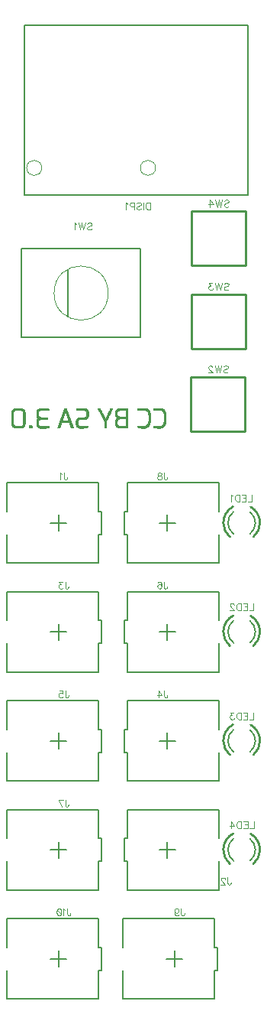
<source format=gbo>
G04 DipTrace 3.2.0.1*
G04 mBrane.GBO*
%MOIN*%
G04 #@! TF.FileFunction,Legend,Bot*
G04 #@! TF.Part,Single*
%ADD10C,0.009843*%
%ADD12C,0.001*%
%ADD14C,0.01*%
%ADD19C,0.006*%
%ADD22C,0.000013*%
%ADD26C,0.008*%
%ADD32C,0.005984*%
%ADD37C,0.005*%
%ADD76C,0.004632*%
%FSLAX26Y26*%
G04*
G70*
G90*
G75*
G01*
G04 BotSilk*
%LPD*%
X1001592Y4041126D2*
D22*
G02X1001592Y4041126I33077J0D01*
G01*
X504508D2*
G02X504508Y4041126I33077J0D01*
G01*
X1470632Y4664080D2*
D26*
X493466D1*
Y3923922D1*
X1470632D1*
Y4664080D1*
X644079Y2458966D2*
D19*
Y2529001D1*
X609132Y2494001D2*
X679076D1*
X818963Y2544016D2*
Y2669001D1*
Y2443986D2*
Y2319001D1*
X418953Y2443986D2*
Y2319001D1*
Y2544016D2*
Y2669001D1*
X818963D1*
Y2319001D2*
X418953D1*
X818963Y2443986D2*
D32*
X831437D1*
Y2544016D1*
X818963D1*
X1118823Y1103965D2*
D19*
Y1033930D1*
X1153770Y1068930D2*
X1083827D1*
X943940Y1018915D2*
Y893930D1*
Y1118945D2*
Y1243930D1*
X1343949Y1118945D2*
Y1243930D1*
Y1018915D2*
Y893930D1*
X943940D1*
Y1243930D2*
X1343949D1*
X943940Y1118945D2*
D32*
X931466D1*
Y1018915D1*
X943940D1*
X644079Y1983966D2*
D19*
Y2054001D1*
X609132Y2019001D2*
X679076D1*
X818963Y2069016D2*
Y2194001D1*
Y1968986D2*
Y1844001D1*
X418953Y1968986D2*
Y1844001D1*
Y2069016D2*
Y2194001D1*
X818963D1*
Y1844001D2*
X418953D1*
X818963Y1968986D2*
D32*
X831437D1*
Y2069016D1*
X818963D1*
X1118823Y1578915D2*
D19*
Y1508880D1*
X1153770Y1543880D2*
X1083827D1*
X943940Y1493865D2*
Y1368880D1*
Y1593895D2*
Y1718880D1*
X1343949Y1593895D2*
Y1718880D1*
Y1493865D2*
Y1368880D1*
X943940D1*
Y1718880D2*
X1343949D1*
X943940Y1593895D2*
D32*
X931466D1*
Y1493865D1*
X943940D1*
X644079Y1508966D2*
D19*
Y1579001D1*
X609132Y1544001D2*
X679076D1*
X818963Y1594016D2*
Y1719001D1*
Y1493986D2*
Y1369001D1*
X418953Y1493986D2*
Y1369001D1*
Y1594016D2*
Y1719001D1*
X818963D1*
Y1369001D2*
X418953D1*
X818963Y1493986D2*
D32*
X831437D1*
Y1594016D1*
X818963D1*
X1118823Y2053865D2*
D19*
Y1983830D1*
X1153770Y2018830D2*
X1083827D1*
X943940Y1968815D2*
Y1843830D1*
Y2068845D2*
Y2193830D1*
X1343949Y2068845D2*
Y2193830D1*
Y1968815D2*
Y1843830D1*
X943940D1*
Y2193830D2*
X1343949D1*
X943940Y2068845D2*
D32*
X931466D1*
Y1968815D1*
X943940D1*
X644079Y1033966D2*
D19*
Y1104001D1*
X609132Y1069001D2*
X679076D1*
X818963Y1119016D2*
Y1244001D1*
Y1018986D2*
Y894001D1*
X418953Y1018986D2*
Y894001D1*
Y1119016D2*
Y1244001D1*
X818963D1*
Y894001D2*
X418953D1*
X818963Y1018986D2*
D32*
X831437D1*
Y1119016D1*
X818963D1*
X1118823Y2528816D2*
D19*
Y2458781D1*
X1153770Y2493781D2*
X1083827D1*
X943940Y2443766D2*
Y2318781D1*
Y2543796D2*
Y2668781D1*
X1343949Y2543796D2*
Y2668781D1*
Y2443766D2*
Y2318781D1*
X943940D1*
Y2668781D2*
X1343949D1*
X943940Y2543796D2*
D32*
X931466D1*
Y2443766D1*
X943940D1*
X1150329Y558966D2*
D19*
Y629001D1*
X1115382Y594001D2*
X1185325D1*
X1325212Y644016D2*
Y769001D1*
Y543986D2*
Y419001D1*
X925203Y543986D2*
Y419001D1*
Y644016D2*
Y769001D1*
X1325212D1*
Y419001D2*
X925203D1*
X1325212Y543986D2*
D32*
X1337686D1*
Y644016D1*
X1325212D1*
X644079Y558966D2*
D19*
Y629001D1*
X609132Y594001D2*
X679076D1*
X818963Y644016D2*
Y769001D1*
Y543986D2*
Y419001D1*
X418953Y543986D2*
Y419001D1*
Y644016D2*
Y769001D1*
X818963D1*
Y419001D2*
X418953D1*
X818963Y543986D2*
D32*
X831437D1*
Y644016D1*
X818963D1*
X1383958Y2494002D2*
D19*
G03X1409078Y2445178I60036J14D01*
G01*
X1407958Y2541995D2*
G03X1383958Y2494002I35985J-47993D01*
G01*
X1503958D2*
G02X1480790Y2446641I-60007J7D01*
G01*
Y2541364D2*
G02X1503958Y2494002I-36839J-47368D01*
G01*
X1363958D2*
D14*
G03X1392742Y2432548I79941J-25D01*
G01*
X1406310Y2564590D2*
G03X1363958Y2494002I37693J-70615D01*
G01*
X1523958D2*
G02X1495638Y2432933I-80067J29D01*
G01*
X1483654Y2563466D2*
G02X1523958Y2494002I-39716J-69468D01*
G01*
X1383958Y2019002D2*
D19*
G03X1409078Y1970178I60036J14D01*
G01*
X1407958Y2066995D2*
G03X1383958Y2019002I35985J-47993D01*
G01*
X1503958D2*
G02X1480790Y1971641I-60007J7D01*
G01*
Y2066364D2*
G02X1503958Y2019002I-36839J-47368D01*
G01*
X1363958D2*
D14*
G03X1392742Y1957548I79941J-25D01*
G01*
X1406310Y2089590D2*
G03X1363958Y2019002I37693J-70615D01*
G01*
X1523958D2*
G02X1495638Y1957933I-80067J29D01*
G01*
X1483654Y2088466D2*
G02X1523958Y2019002I-39716J-69468D01*
G01*
X1383958Y1544002D2*
D19*
G03X1409078Y1495178I60036J14D01*
G01*
X1407958Y1591995D2*
G03X1383958Y1544002I35985J-47993D01*
G01*
X1503958D2*
G02X1480790Y1496641I-60007J7D01*
G01*
Y1591364D2*
G02X1503958Y1544002I-36839J-47368D01*
G01*
X1363958D2*
D14*
G03X1392742Y1482548I79941J-25D01*
G01*
X1406310Y1614590D2*
G03X1363958Y1544002I37693J-70615D01*
G01*
X1523958D2*
G02X1495638Y1482933I-80067J29D01*
G01*
X1483654Y1613466D2*
G02X1523958Y1544002I-39716J-69468D01*
G01*
X1383958Y1069002D2*
D19*
G03X1409078Y1020178I60036J14D01*
G01*
X1407958Y1116995D2*
G03X1383958Y1069002I35985J-47993D01*
G01*
X1503958D2*
G02X1480790Y1021641I-60007J7D01*
G01*
Y1116364D2*
G02X1503958Y1069002I-36839J-47368D01*
G01*
X1363958D2*
D14*
G03X1392742Y1007548I79941J-25D01*
G01*
X1406310Y1139590D2*
G03X1363958Y1069002I37693J-70615D01*
G01*
X1523958D2*
G02X1495638Y1007933I-80067J29D01*
G01*
X1483654Y1138466D2*
G02X1523958Y1069002I-39716J-69468D01*
G01*
X624337Y3495576D2*
D22*
G02X624337Y3495576I118106J0D01*
G01*
X1002289Y3689688D2*
D37*
Y3301464D1*
X482597D1*
Y3689688D1*
X1002289D1*
X683390Y3597931D2*
Y3393221D1*
X1222894Y3129768D2*
D10*
X1459102D1*
Y2893566D1*
X1222894D1*
Y3129768D1*
X1224764Y3490054D2*
X1460973D1*
Y3253852D1*
X1224764D1*
Y3490054D1*
X1460987Y3616354D2*
X1224779D1*
Y3852555D1*
X1460987D1*
Y3616354D1*
X1012728Y2994602D2*
D12*
X1019728D1*
X1080728D2*
X1087728D1*
X454728Y2993602D2*
X478728D1*
X561728D2*
X588728D1*
X668728D2*
X676728D1*
X738728D2*
X759728D1*
X814728D2*
X822728D1*
X870728D2*
X878728D1*
X909728D2*
X944728D1*
X1000728D2*
X1023916D1*
X1068728D2*
X1091916D1*
X451159Y2992602D2*
X482296D1*
X559082D2*
X593977D1*
X668382D2*
X677107D1*
X730665D2*
X762185D1*
X815111D2*
X823569D1*
X870107D2*
X878348D1*
X906043D2*
X944728D1*
X994665D2*
X1027358D1*
X1062665D2*
X1095358D1*
X448291Y2991602D2*
X485168D1*
X556785D2*
X597972D1*
X668049D2*
X677533D1*
X722728D2*
X764429D1*
X815572D2*
X824286D1*
X869537D2*
X877918D1*
X903051D2*
X944728D1*
X988728D2*
X1030090D1*
X1056728D2*
X1098090D1*
X446126Y2990602D2*
X487368D1*
X554879D2*
X600910D1*
X667732D2*
X677966D1*
X722728D2*
X766373D1*
X816133D2*
X824896D1*
X869002D2*
X877453D1*
X900831D2*
X944728D1*
X988728D2*
X1032279D1*
X1056728D2*
X1100279D1*
X444543Y2989602D2*
X489078D1*
X553333D2*
X602026D1*
X667391D2*
X678356D1*
X722728D2*
X767904D1*
X816762D2*
X825446D1*
X868487D2*
X876968D1*
X899203D2*
X944728D1*
X988728D2*
X1034018D1*
X1056728D2*
X1102018D1*
X443419Y2988602D2*
X490442D1*
X552145D2*
X602405D1*
X667055D2*
X678702D1*
X722728D2*
X769024D1*
X817368D2*
X825965D1*
X867981D2*
X876474D1*
X897921D2*
X944728D1*
X988728D2*
X1035378D1*
X1056728D2*
X1103378D1*
X442543Y2987602D2*
X491575D1*
X551240D2*
X602598D1*
X666735D2*
X679056D1*
X722728D2*
X769906D1*
X817928D2*
X826474D1*
X867479D2*
X875976D1*
X896838D2*
X944728D1*
X988728D2*
X1036435D1*
X1056728D2*
X1104435D1*
X441778Y2986602D2*
X492514D1*
X550468D2*
X602682D1*
X666392D2*
X679397D1*
X722728D2*
X770674D1*
X818458D2*
X826980D1*
X866978D2*
X875477D1*
X895923D2*
X944728D1*
X988728D2*
X1037270D1*
X1056728D2*
X1105270D1*
X441118Y2985602D2*
X493267D1*
X549749D2*
X602728D1*
X666055D2*
X679719D1*
X722728D2*
X745728D1*
X756292D2*
X771332D1*
X818970D2*
X827513D1*
X866478D2*
X874977D1*
X895181D2*
X944728D1*
X988728D2*
X1001728D1*
X1022292D2*
X1038009D1*
X1056728D2*
X1069728D1*
X1090292D2*
X1106009D1*
X440538Y2984602D2*
X452773D1*
X480451D2*
X493889D1*
X549111D2*
X561769D1*
X665735D2*
X680063D1*
X759291D2*
X771878D1*
X819475D2*
X828108D1*
X865977D2*
X874478D1*
X894563D2*
X907966D1*
X936728D2*
X944728D1*
X1025295D2*
X1038714D1*
X1093295D2*
X1106714D1*
X440005Y2983602D2*
X450976D1*
X482740D2*
X494440D1*
X548569D2*
X559941D1*
X665392D2*
X680399D1*
X761519D2*
X772288D1*
X819976D2*
X828753D1*
X865478D2*
X873981D1*
X894010D2*
X905552D1*
X936728D2*
X944728D1*
X1027558D2*
X1039347D1*
X1095558D2*
X1107347D1*
X439526Y2982602D2*
X449513D1*
X484425D2*
X494925D1*
X548131D2*
X558382D1*
X665055D2*
X680724D1*
X763050D2*
X772562D1*
X820478D2*
X829365D1*
X864977D2*
X873513D1*
X893490D2*
X903659D1*
X936728D2*
X944728D1*
X1029217D2*
X1039887D1*
X1097217D2*
X1107887D1*
X439151Y2981602D2*
X448454D1*
X485630D2*
X495303D1*
X547765D2*
X557176D1*
X664735D2*
X681098D1*
X764076D2*
X772808D1*
X820977D2*
X829927D1*
X864478D2*
X873108D1*
X892985D2*
X902290D1*
X936728D2*
X944728D1*
X1030485D2*
X1040325D1*
X1098485D2*
X1108325D1*
X438924Y2980602D2*
X447710D1*
X486526D2*
X495534D1*
X547407D2*
X556291D1*
X664392D2*
X681527D1*
X764779D2*
X773100D1*
X821478D2*
X830458D1*
X863977D2*
X872753D1*
X892515D2*
X901331D1*
X936728D2*
X944728D1*
X1031481D2*
X1040690D1*
X1099481D2*
X1108690D1*
X438810Y2979602D2*
X447185D1*
X487161D2*
X495684D1*
X547098D2*
X555644D1*
X664055D2*
X671689D1*
X673882D2*
X681963D1*
X765248D2*
X773378D1*
X821981D2*
X830969D1*
X863478D2*
X872365D1*
X892109D2*
X900621D1*
X936728D2*
X944728D1*
X1032255D2*
X1041052D1*
X1100255D2*
X1109052D1*
X438760Y2978602D2*
X446785D1*
X487622D2*
X495862D1*
X546903D2*
X555196D1*
X663731D2*
X671561D1*
X674134D2*
X682355D1*
X765511D2*
X773560D1*
X822513D2*
X831475D1*
X862977D2*
X871927D1*
X891757D2*
X900035D1*
X936728D2*
X944728D1*
X1032885D2*
X1041396D1*
X1100885D2*
X1109396D1*
X438739Y2977602D2*
X446414D1*
X488022D2*
X496122D1*
X546802D2*
X554941D1*
X663357D2*
X671318D1*
X674428D2*
X682701D1*
X765638D2*
X773656D1*
X823108D2*
X831976D1*
X862478D2*
X871458D1*
X891404D2*
X899537D1*
X936728D2*
X944728D1*
X1033439D2*
X1041719D1*
X1101439D2*
X1109719D1*
X438732Y2976602D2*
X446101D1*
X488347D2*
X496386D1*
X546757D2*
X554816D1*
X662928D2*
X671026D1*
X674731D2*
X683056D1*
X765693D2*
X773699D1*
X823753D2*
X832478D1*
X861977D2*
X870969D1*
X891097D2*
X899154D1*
X936728D2*
X944728D1*
X1033929D2*
X1042059D1*
X1101929D2*
X1110059D1*
X438729Y2975602D2*
X445904D1*
X488549D2*
X496563D1*
X546738D2*
X554762D1*
X662492D2*
X670724D1*
X675067D2*
X683397D1*
X765715D2*
X773717D1*
X824365D2*
X832977D1*
X861478D2*
X870475D1*
X890903D2*
X898925D1*
X936728D2*
X944728D1*
X1034342D2*
X1042364D1*
X1102342D2*
X1110364D1*
X438728Y2974602D2*
X445803D1*
X488652D2*
X496657D1*
X546731D2*
X554740D1*
X662100D2*
X670388D1*
X675401D2*
X683723D1*
X765723D2*
X773724D1*
X824927D2*
X833478D1*
X860977D2*
X869976D1*
X890802D2*
X898811D1*
X936728D2*
X944728D1*
X1034697D2*
X1042592D1*
X1102697D2*
X1110592D1*
X438728Y2973602D2*
X445757D1*
X488698D2*
X496699D1*
X546729D2*
X554732D1*
X661754D2*
X670054D1*
X675724D2*
X684098D1*
X765726D2*
X773726D1*
X825458D2*
X833981D1*
X860478D2*
X869478D1*
X890757D2*
X898760D1*
X936728D2*
X944728D1*
X1035051D2*
X1042820D1*
X1103051D2*
X1110820D1*
X438728Y2972602D2*
X445739D1*
X488716D2*
X496717D1*
X546728D2*
X554729D1*
X661399D2*
X669735D1*
X676098D2*
X684527D1*
X765727D2*
X773727D1*
X825969D2*
X834513D1*
X859977D2*
X868977D1*
X890738D2*
X898740D1*
X936728D2*
X944728D1*
X1035357D2*
X1043104D1*
X1103357D2*
X1111104D1*
X438728Y2971602D2*
X445731D1*
X488724D2*
X496724D1*
X546728D2*
X554728D1*
X661058D2*
X669392D1*
X676527D2*
X684963D1*
X765727D2*
X773727D1*
X826475D2*
X835108D1*
X859478D2*
X868478D1*
X890731D2*
X898732D1*
X936728D2*
X944728D1*
X1035556D2*
X1043379D1*
X1103556D2*
X1111379D1*
X438728Y2970602D2*
X445729D1*
X488726D2*
X496726D1*
X546728D2*
X554728D1*
X660736D2*
X669055D1*
X676963D2*
X685355D1*
X765727D2*
X773727D1*
X826976D2*
X835753D1*
X858977D2*
X867977D1*
X890729D2*
X898729D1*
X936728D2*
X944728D1*
X1035692D2*
X1043560D1*
X1103692D2*
X1111560D1*
X438728Y2969602D2*
X445728D1*
X488727D2*
X496727D1*
X546728D2*
X554728D1*
X660392D2*
X668735D1*
X677355D2*
X685701D1*
X765727D2*
X773727D1*
X827478D2*
X836365D1*
X858478D2*
X867478D1*
X890728D2*
X898732D1*
X936728D2*
X944728D1*
X1035865D2*
X1043660D1*
X1103865D2*
X1111660D1*
X438728Y2968602D2*
X445728D1*
X488727D2*
X496727D1*
X546728D2*
X554728D1*
X660056D2*
X668392D1*
X677701D2*
X686056D1*
X765727D2*
X773727D1*
X827977D2*
X836927D1*
X857977D2*
X866977D1*
X890732D2*
X898767D1*
X936728D2*
X944728D1*
X1036123D2*
X1043738D1*
X1104123D2*
X1111738D1*
X438728Y2967602D2*
X445728D1*
X488727D2*
X496727D1*
X546728D2*
X554728D1*
X659735D2*
X668055D1*
X678056D2*
X686397D1*
X765728D2*
X773728D1*
X828478D2*
X837458D1*
X857478D2*
X866478D1*
X890767D2*
X898894D1*
X936728D2*
X944728D1*
X1036386D2*
X1043883D1*
X1104386D2*
X1111883D1*
X438728Y2966602D2*
X445728D1*
X488727D2*
X496727D1*
X546728D2*
X554728D1*
X659392D2*
X667735D1*
X678397D2*
X686719D1*
X765728D2*
X773728D1*
X828977D2*
X837969D1*
X856981D2*
X865977D1*
X890894D2*
X899137D1*
X936728D2*
X944728D1*
X1036563D2*
X1044130D1*
X1104563D2*
X1112130D1*
X438728Y2965602D2*
X445728D1*
X488727D2*
X496727D1*
X546728D2*
X554731D1*
X659055D2*
X667392D1*
X678719D2*
X687063D1*
X765728D2*
X773728D1*
X829478D2*
X838475D1*
X856513D2*
X865478D1*
X891137D2*
X899433D1*
X936728D2*
X944728D1*
X1036657D2*
X1044389D1*
X1104657D2*
X1112389D1*
X438728Y2964602D2*
X445728D1*
X488728D2*
X496728D1*
X546728D2*
X554767D1*
X658735D2*
X667055D1*
X679063D2*
X687399D1*
X765728D2*
X773728D1*
X829981D2*
X838976D1*
X856108D2*
X864977D1*
X891429D2*
X899770D1*
X936728D2*
X944728D1*
X1036699D2*
X1044564D1*
X1104699D2*
X1112564D1*
X438728Y2963602D2*
X445728D1*
X488728D2*
X496728D1*
X546731D2*
X554898D1*
X658392D2*
X666735D1*
X679399D2*
X687724D1*
X765724D2*
X773728D1*
X830513D2*
X839478D1*
X855753D2*
X864478D1*
X891731D2*
X900237D1*
X936728D2*
X944728D1*
X1036717D2*
X1044657D1*
X1104717D2*
X1112657D1*
X438728Y2962602D2*
X445728D1*
X488728D2*
X496728D1*
X546767D2*
X555173D1*
X658055D2*
X666392D1*
X679720D2*
X688098D1*
X765688D2*
X773724D1*
X831108D2*
X839981D1*
X855365D2*
X863977D1*
X892067D2*
X900850D1*
X936728D2*
X944728D1*
X1036724D2*
X1044699D1*
X1104724D2*
X1112699D1*
X438728Y2961602D2*
X445728D1*
X488728D2*
X496728D1*
X546894D2*
X555560D1*
X657731D2*
X666055D1*
X680063D2*
X688527D1*
X765557D2*
X773688D1*
X831753D2*
X840513D1*
X854927D2*
X863478D1*
X892405D2*
X901604D1*
X936728D2*
X944728D1*
X1036726D2*
X1044717D1*
X1104726D2*
X1112717D1*
X438728Y2960602D2*
X445728D1*
X488728D2*
X496728D1*
X547137D2*
X556017D1*
X657357D2*
X665735D1*
X680400D2*
X688963D1*
X765282D2*
X773561D1*
X832365D2*
X841108D1*
X854458D2*
X862977D1*
X892759D2*
X902640D1*
X936728D2*
X944728D1*
X1036727D2*
X1044724D1*
X1104727D2*
X1112724D1*
X438728Y2959602D2*
X445728D1*
X488728D2*
X496728D1*
X547429D2*
X556576D1*
X656928D2*
X665392D1*
X680720D2*
X689355D1*
X764891D2*
X773321D1*
X832927D2*
X841753D1*
X853969D2*
X862478D1*
X893230D2*
X904196D1*
X936728D2*
X944728D1*
X1036727D2*
X1044726D1*
X1104727D2*
X1112726D1*
X438728Y2958602D2*
X445728D1*
X488728D2*
X496728D1*
X547735D2*
X557404D1*
X656492D2*
X665055D1*
X681063D2*
X689701D1*
X764387D2*
X773061D1*
X833458D2*
X842365D1*
X853475D2*
X861977D1*
X893813D2*
X906476D1*
X936728D2*
X944728D1*
X1036727D2*
X1044727D1*
X1104727D2*
X1112727D1*
X438728Y2957602D2*
X445728D1*
X488728D2*
X496728D1*
X548102D2*
X558749D1*
X656100D2*
X664731D1*
X681400D2*
X690056D1*
X763770D2*
X772852D1*
X833969D2*
X842927D1*
X852976D2*
X861478D1*
X894464D2*
X909444D1*
X936728D2*
X944728D1*
X1036727D2*
X1044727D1*
X1104727D2*
X1112727D1*
X438728Y2956602D2*
X445728D1*
X488728D2*
X496728D1*
X548532D2*
X560699D1*
X655754D2*
X664357D1*
X681724D2*
X690397D1*
X762106D2*
X772628D1*
X834475D2*
X843458D1*
X852478D2*
X860977D1*
X895276D2*
X944728D1*
X1036727D2*
X1044727D1*
X1104727D2*
X1112727D1*
X438728Y2955602D2*
X445728D1*
X488728D2*
X496728D1*
X549007D2*
X563115D1*
X655399D2*
X663928D1*
X682098D2*
X690723D1*
X759431D2*
X772307D1*
X834976D2*
X843969D1*
X851977D2*
X860478D1*
X896354D2*
X944728D1*
X1036728D2*
X1044727D1*
X1104728D2*
X1112727D1*
X438728Y2954602D2*
X445728D1*
X488728D2*
X496728D1*
X549564D2*
X576728D1*
X655058D2*
X663492D1*
X682527D2*
X691098D1*
X755795D2*
X771866D1*
X835478D2*
X844475D1*
X851478D2*
X859977D1*
X897665D2*
X944728D1*
X1036728D2*
X1044727D1*
X1104728D2*
X1112727D1*
X438728Y2953602D2*
X445728D1*
X488728D2*
X496728D1*
X550318D2*
X594728D1*
X654736D2*
X663100D1*
X682963D2*
X691527D1*
X730728D2*
X771279D1*
X835977D2*
X844976D1*
X850977D2*
X859478D1*
X899148D2*
X944728D1*
X1036728D2*
X1044728D1*
X1104728D2*
X1112728D1*
X438728Y2952602D2*
X445728D1*
X488728D2*
X496728D1*
X551338D2*
X594728D1*
X654392D2*
X662754D1*
X683355D2*
X691963D1*
X728650D2*
X770521D1*
X836478D2*
X845478D1*
X850470D2*
X858977D1*
X900728D2*
X944728D1*
X1036728D2*
X1044728D1*
X1104728D2*
X1112728D1*
X438728Y2951602D2*
X445728D1*
X488728D2*
X496728D1*
X552516D2*
X594728D1*
X654056D2*
X662399D1*
X683701D2*
X692355D1*
X726831D2*
X769637D1*
X836981D2*
X845980D1*
X849896D2*
X858478D1*
X899266D2*
X944728D1*
X1036728D2*
X1044728D1*
X1104728D2*
X1112728D1*
X438728Y2950602D2*
X445728D1*
X488728D2*
X496728D1*
X553728D2*
X594728D1*
X653735D2*
X662058D1*
X684056D2*
X692701D1*
X725317D2*
X768647D1*
X837513D2*
X846507D1*
X849114D2*
X857977D1*
X897979D2*
X944728D1*
X1036728D2*
X1044728D1*
X1104728D2*
X1112728D1*
X438728Y2949602D2*
X445728D1*
X488728D2*
X496728D1*
X552731D2*
X594728D1*
X653392D2*
X661736D1*
X684397D2*
X693056D1*
X724144D2*
X767464D1*
X838108D2*
X847090D1*
X848014D2*
X857478D1*
X896833D2*
X944728D1*
X1036728D2*
X1044728D1*
X1104728D2*
X1112728D1*
X438728Y2948602D2*
X445728D1*
X488728D2*
X496728D1*
X551767D2*
X594728D1*
X653055D2*
X661392D1*
X684719D2*
X693397D1*
X723274D2*
X765915D1*
X838753D2*
X856977D1*
X895773D2*
X944728D1*
X1036728D2*
X1044728D1*
X1104728D2*
X1112728D1*
X438728Y2947602D2*
X445728D1*
X488728D2*
X496728D1*
X550898D2*
X594728D1*
X652735D2*
X661056D1*
X685063D2*
X693719D1*
X722599D2*
X763936D1*
X839365D2*
X856478D1*
X894786D2*
X906773D1*
X936728D2*
X944728D1*
X1036728D2*
X1044728D1*
X1104728D2*
X1112728D1*
X438728Y2946602D2*
X445728D1*
X488728D2*
X496728D1*
X550173D2*
X578728D1*
X652392D2*
X660735D1*
X685399D2*
X694063D1*
X722027D2*
X761728D1*
X839927D2*
X855977D1*
X893938D2*
X904976D1*
X936728D2*
X944728D1*
X1036728D2*
X1044728D1*
X1104728D2*
X1112728D1*
X438728Y2945602D2*
X445728D1*
X488728D2*
X496728D1*
X549560D2*
X563121D1*
X652055D2*
X660392D1*
X685720D2*
X694399D1*
X721530D2*
X735321D1*
X840458D2*
X855478D1*
X893306D2*
X903509D1*
X936728D2*
X944728D1*
X1036728D2*
X1044728D1*
X1104728D2*
X1112728D1*
X438728Y2944602D2*
X445728D1*
X488728D2*
X496728D1*
X549013D2*
X560951D1*
X651735D2*
X660052D1*
X686059D2*
X694724D1*
X721114D2*
X732602D1*
X840969D2*
X854977D1*
X892839D2*
X902415D1*
X936728D2*
X944728D1*
X1036728D2*
X1044728D1*
X1104728D2*
X1112728D1*
X438728Y2943602D2*
X445728D1*
X488728D2*
X496728D1*
X548525D2*
X559285D1*
X651392D2*
X659692D1*
X686361D2*
X695098D1*
X720758D2*
X730728D1*
X841475D2*
X854478D1*
X892432D2*
X901548D1*
X936728D2*
X944728D1*
X1036728D2*
X1044728D1*
X1104728D2*
X1112728D1*
X438728Y2942602D2*
X445728D1*
X488728D2*
X496728D1*
X548113D2*
X557999D1*
X651055D2*
X659190D1*
X686554D2*
X695527D1*
X720405D2*
X729520D1*
X841976D2*
X853977D1*
X892070D2*
X900814D1*
X936728D2*
X944728D1*
X1036728D2*
X1044728D1*
X1104728D2*
X1112728D1*
X438728Y2941602D2*
X445728D1*
X488728D2*
X496728D1*
X547758D2*
X557021D1*
X650731D2*
X658504D1*
X686659D2*
X695963D1*
X720098D2*
X728732D1*
X842474D2*
X853478D1*
X891740D2*
X900250D1*
X936728D2*
X944728D1*
X1036728D2*
X1044724D1*
X1104728D2*
X1112724D1*
X438728Y2940602D2*
X445728D1*
X488728D2*
X496728D1*
X547404D2*
X556336D1*
X650357D2*
X696355D1*
X719903D2*
X728224D1*
X842938D2*
X852981D1*
X891398D2*
X899817D1*
X936728D2*
X944728D1*
X1036724D2*
X1044688D1*
X1104724D2*
X1112688D1*
X438728Y2939602D2*
X445728D1*
X488728D2*
X496728D1*
X547098D2*
X555850D1*
X649928D2*
X696701D1*
X719802D2*
X727913D1*
X843307D2*
X852517D1*
X891095D2*
X899428D1*
X936728D2*
X944728D1*
X1036688D2*
X1044561D1*
X1104688D2*
X1112561D1*
X438728Y2938602D2*
X445728D1*
X488728D2*
X496728D1*
X546903D2*
X555440D1*
X649492D2*
X697056D1*
X719757D2*
X727653D1*
X843532D2*
X852148D1*
X890902D2*
X899102D1*
X936728D2*
X944728D1*
X1036561D2*
X1044321D1*
X1104561D2*
X1112321D1*
X438728Y2937602D2*
X445728D1*
X488728D2*
X496728D1*
X546802D2*
X555111D1*
X649100D2*
X697397D1*
X719738D2*
X727357D1*
X843645D2*
X851923D1*
X890802D2*
X898867D1*
X936728D2*
X944728D1*
X1036321D2*
X1044065D1*
X1104321D2*
X1112065D1*
X438728Y2936602D2*
X445728D1*
X488728D2*
X496728D1*
X546757D2*
X554907D1*
X648754D2*
X697719D1*
X719731D2*
X727078D1*
X843695D2*
X851810D1*
X890757D2*
X898637D1*
X936728D2*
X944728D1*
X1036065D2*
X1043891D1*
X1104065D2*
X1111891D1*
X438728Y2935602D2*
X445728D1*
X488728D2*
X496728D1*
X546738D2*
X554804D1*
X648399D2*
X698063D1*
X719729D2*
X726895D1*
X843716D2*
X851760D1*
X890738D2*
X898351D1*
X936728D2*
X944728D1*
X1035887D2*
X1043794D1*
X1103887D2*
X1111794D1*
X438728Y2934602D2*
X445728D1*
X488728D2*
X496728D1*
X546731D2*
X554758D1*
X648058D2*
X698399D1*
X719728D2*
X726800D1*
X843723D2*
X851739D1*
X890731D2*
X898076D1*
X936728D2*
X944728D1*
X1035759D2*
X1043716D1*
X1103759D2*
X1111716D1*
X438728Y2933602D2*
X445728D1*
X488728D2*
X496728D1*
X546729D2*
X554739D1*
X647736D2*
X698724D1*
X719728D2*
X726756D1*
X843726D2*
X851732D1*
X890729D2*
X897895D1*
X936728D2*
X944728D1*
X1035589D2*
X1043572D1*
X1103589D2*
X1111572D1*
X438728Y2932602D2*
X445728D1*
X488728D2*
X496728D1*
X546728D2*
X554731D1*
X647392D2*
X699098D1*
X719728D2*
X726738D1*
X843727D2*
X851729D1*
X890728D2*
X897803D1*
X936728D2*
X944728D1*
X1035328D2*
X1043325D1*
X1103328D2*
X1111325D1*
X438728Y2931602D2*
X445728D1*
X488728D2*
X496728D1*
X546728D2*
X554729D1*
X647056D2*
X655573D1*
X690882D2*
X699527D1*
X719728D2*
X726731D1*
X843727D2*
X851728D1*
X890728D2*
X897795D1*
X936728D2*
X944728D1*
X1035030D2*
X1043062D1*
X1103030D2*
X1111062D1*
X438728Y2930602D2*
X445728D1*
X488728D2*
X496728D1*
X546728D2*
X554728D1*
X646735D2*
X655321D1*
X691134D2*
X699963D1*
X719728D2*
X726729D1*
X843727D2*
X851728D1*
X890728D2*
X897905D1*
X936728D2*
X944728D1*
X1034722D2*
X1042852D1*
X1102722D2*
X1110852D1*
X438728Y2929602D2*
X445728D1*
X488728D2*
X496728D1*
X546728D2*
X554728D1*
X646392D2*
X655027D1*
X691428D2*
X700355D1*
X719728D2*
X726728D1*
X843727D2*
X851728D1*
X890728D2*
X898137D1*
X936728D2*
X944728D1*
X1034353D2*
X1042632D1*
X1102353D2*
X1110632D1*
X438728Y2928602D2*
X445731D1*
X488728D2*
X496724D1*
X546728D2*
X554728D1*
X646055D2*
X654724D1*
X691731D2*
X700701D1*
X719728D2*
X726728D1*
X843727D2*
X851728D1*
X890728D2*
X898395D1*
X936728D2*
X944728D1*
X1033923D2*
X1042346D1*
X1101923D2*
X1110346D1*
X438728Y2927602D2*
X445767D1*
X488724D2*
X496688D1*
X546728D2*
X554728D1*
X645735D2*
X654388D1*
X692067D2*
X701056D1*
X719728D2*
X726731D1*
X843728D2*
X851728D1*
X890728D2*
X898604D1*
X936728D2*
X944728D1*
X1033456D2*
X1042037D1*
X1101456D2*
X1110037D1*
X438728Y2926602D2*
X445894D1*
X488688D2*
X496561D1*
X546728D2*
X554728D1*
X645392D2*
X654054D1*
X692401D2*
X701397D1*
X719728D2*
X726767D1*
X843728D2*
X851728D1*
X890731D2*
X898824D1*
X936728D2*
X944728D1*
X1032969D2*
X1041728D1*
X1100969D2*
X1109728D1*
X438728Y2925602D2*
X446134D1*
X488561D2*
X496321D1*
X546728D2*
X554731D1*
X645055D2*
X653735D1*
X692720D2*
X701723D1*
X719728D2*
X726894D1*
X843728D2*
X851728D1*
X890767D2*
X899109D1*
X936728D2*
X944728D1*
X1032471D2*
X1041389D1*
X1100471D2*
X1109389D1*
X438728Y2924602D2*
X446394D1*
X488318D2*
X496065D1*
X546731D2*
X554767D1*
X644735D2*
X653392D1*
X693063D2*
X702098D1*
X719728D2*
X727137D1*
X843728D2*
X851728D1*
X890894D2*
X899422D1*
X936728D2*
X944728D1*
X1031937D2*
X1041055D1*
X1099937D2*
X1109055D1*
X438728Y2923602D2*
X446607D1*
X488022D2*
X495891D1*
X546767D2*
X554898D1*
X644392D2*
X653055D1*
X693400D2*
X702527D1*
X719728D2*
X727433D1*
X843728D2*
X851728D1*
X891137D2*
X899770D1*
X936728D2*
X944728D1*
X1031307D2*
X1040731D1*
X1099307D2*
X1108731D1*
X438731Y2922602D2*
X446867D1*
X487677D2*
X495794D1*
X546894D2*
X555176D1*
X644055D2*
X652735D1*
X693720D2*
X702963D1*
X719731D2*
X727774D1*
X843728D2*
X851728D1*
X891429D2*
X900271D1*
X936728D2*
X944728D1*
X1030532D2*
X1040353D1*
X1098532D2*
X1108353D1*
X438767Y2921602D2*
X447319D1*
X487140D2*
X495716D1*
X547134D2*
X555599D1*
X643731D2*
X652396D1*
X694063D2*
X703355D1*
X719767D2*
X728276D1*
X843728D2*
X851728D1*
X891735D2*
X900985D1*
X936728D2*
X944728D1*
X1029641D2*
X1039889D1*
X1097641D2*
X1107889D1*
X438898Y2920602D2*
X448038D1*
X486268D2*
X495568D1*
X547394D2*
X556188D1*
X643357D2*
X652091D1*
X694400D2*
X703701D1*
X719894D2*
X729020D1*
X843728D2*
X851728D1*
X892102D2*
X901917D1*
X936728D2*
X944728D1*
X1028648D2*
X1039325D1*
X1096648D2*
X1107325D1*
X439173Y2919602D2*
X449048D1*
X485008D2*
X495286D1*
X515728D2*
X525728D1*
X547603D2*
X557021D1*
X642928D2*
X651863D1*
X694720D2*
X704056D1*
X720137D2*
X730041D1*
X843728D2*
X851728D1*
X892532D2*
X903186D1*
X936728D2*
X944728D1*
X1027463D2*
X1038690D1*
X1095463D2*
X1106690D1*
X439560Y2918602D2*
X450382D1*
X483410D2*
X494896D1*
X515728D2*
X526189D1*
X547827D2*
X558233D1*
X642492D2*
X651635D1*
X695063D2*
X704397D1*
X720433D2*
X731383D1*
X843728D2*
X851728D1*
X893003D2*
X904966D1*
X936728D2*
X944728D1*
X1025899D2*
X1038048D1*
X1093899D2*
X1106048D1*
X440013Y2917602D2*
X451994D1*
X481608D2*
X494442D1*
X515728D2*
X526476D1*
X548148D2*
X559985D1*
X642100D2*
X651347D1*
X695400D2*
X704719D1*
X720770D2*
X733019D1*
X843728D2*
X851728D1*
X893525D2*
X907235D1*
X936728D2*
X944728D1*
X1023838D2*
X1037357D1*
X1091838D2*
X1105357D1*
X440529Y2916602D2*
X493926D1*
X515728D2*
X526622D1*
X548589D2*
X562242D1*
X641754D2*
X651037D1*
X695720D2*
X705063D1*
X721233D2*
X734838D1*
X765728D2*
X771728D1*
X843728D2*
X851728D1*
X894150D2*
X944728D1*
X988728D2*
X997728D1*
X1021370D2*
X1036552D1*
X1056728D2*
X1065728D1*
X1089370D2*
X1104552D1*
X441152Y2915602D2*
X493299D1*
X515728D2*
X526686D1*
X549176D2*
X601728D1*
X641399D2*
X650728D1*
X696063D2*
X705399D1*
X721811D2*
X771728D1*
X843728D2*
X851728D1*
X894924D2*
X944728D1*
X988728D2*
X1035653D1*
X1056728D2*
X1103653D1*
X441924Y2914602D2*
X492492D1*
X515728D2*
X526712D1*
X549934D2*
X601769D1*
X641058D2*
X650389D1*
X696400D2*
X705724D1*
X722430D2*
X771728D1*
X843728D2*
X851728D1*
X895814D2*
X944728D1*
X988728D2*
X1034694D1*
X1056728D2*
X1102694D1*
X442818Y2913602D2*
X491474D1*
X515728D2*
X526722D1*
X550818D2*
X601924D1*
X640736D2*
X650055D1*
X696720D2*
X706098D1*
X723149D2*
X771716D1*
X843728D2*
X851728D1*
X896803D2*
X944728D1*
X988735D2*
X1033674D1*
X1056735D2*
X1101674D1*
X443846Y2912602D2*
X490238D1*
X515731D2*
X526722D1*
X551804D2*
X602266D1*
X640392D2*
X649735D1*
X697063D2*
X706527D1*
X724115D2*
X771681D1*
X843728D2*
X851728D1*
X897957D2*
X944728D1*
X988833D2*
X1032514D1*
X1056833D2*
X1100514D1*
X445158Y2911602D2*
X488760D1*
X515769D2*
X526685D1*
X552961D2*
X602728D1*
X640053D2*
X649396D1*
X697403D2*
X706960D1*
X725430D2*
X771239D1*
X843728D2*
X851728D1*
X899431D2*
X944728D1*
X989079D2*
X1031099D1*
X1057079D2*
X1099099D1*
X446955Y2910602D2*
X486881D1*
X515924D2*
X526531D1*
X554473D2*
X600477D1*
X639704D2*
X649092D1*
X697751D2*
X707318D1*
X727161D2*
X768801D1*
X843728D2*
X851728D1*
X901399D2*
X944728D1*
X990517D2*
X1029323D1*
X1058517D2*
X1097323D1*
X449231Y2909602D2*
X484463D1*
X516266D2*
X526189D1*
X556595D2*
X597065D1*
X639257D2*
X648883D1*
X698198D2*
X707555D1*
X729443D2*
X764272D1*
X843728D2*
X851728D1*
X903911D2*
X944728D1*
X994962D2*
X1027023D1*
X1062962D2*
X1095023D1*
X451728Y2908602D2*
X481728D1*
X516728D2*
X525728D1*
X559449D2*
X592265D1*
X638728D2*
X648728D1*
X698728D2*
X707728D1*
X732388D2*
X757545D1*
X843728D2*
X851728D1*
X906728D2*
X944728D1*
X1001308D2*
X1024071D1*
X1069308D2*
X1092071D1*
X562728Y2907602D2*
X586728D1*
X735728D2*
X749728D1*
X1008728D2*
X1020728D1*
X1076728D2*
X1088728D1*
X1012728Y2994602D2*
Y2993602D1*
X1019728Y2994602D2*
X1023916Y2993602D1*
X1027358Y2992602D1*
X1030090Y2991602D1*
X1032279Y2990602D1*
X1034018Y2989602D1*
X1035378Y2988602D1*
X1036435Y2987602D1*
X1037270Y2986602D1*
X1038009Y2985602D1*
X1038714Y2984602D1*
X1039347Y2983602D1*
X1039887Y2982602D1*
X1040325Y2981602D1*
X1040690Y2980602D1*
X1041052Y2979602D1*
X1041396Y2978602D1*
X1041719Y2977602D1*
X1042059Y2976602D1*
X1042364Y2975602D1*
X1042592Y2974602D1*
X1042820Y2973602D1*
X1043104Y2972602D1*
X1043379Y2971602D1*
X1043560Y2970602D1*
X1043660Y2969602D1*
X1043738Y2968602D1*
X1043883Y2967602D1*
X1044130Y2966602D1*
X1044389Y2965602D1*
X1044564Y2964602D1*
X1044657Y2963602D1*
X1044699Y2962602D1*
X1044717Y2961602D1*
X1044724Y2960602D1*
X1044726Y2959602D1*
X1044727Y2958602D1*
Y2957602D1*
Y2956602D1*
Y2955602D1*
Y2954602D1*
X1044728Y2953602D1*
Y2952602D1*
Y2951602D1*
Y2950602D1*
Y2949602D1*
Y2948602D1*
Y2947602D1*
Y2946602D1*
Y2945602D1*
Y2944602D1*
Y2943602D1*
Y2942602D1*
X1044724Y2941602D1*
X1044688Y2940602D1*
X1044561Y2939602D1*
X1044321Y2938602D1*
X1044065Y2937602D1*
X1043891Y2936602D1*
X1043794Y2935602D1*
X1043716Y2934602D1*
X1043572Y2933602D1*
X1043325Y2932602D1*
X1043062Y2931602D1*
X1042852Y2930602D1*
X1042632Y2929602D1*
X1042346Y2928602D1*
X1042037Y2927602D1*
X1041728Y2926602D1*
X1041389Y2925602D1*
X1041055Y2924602D1*
X1040731Y2923602D1*
X1040353Y2922602D1*
X1039889Y2921602D1*
X1039325Y2920602D1*
X1038690Y2919602D1*
X1038048Y2918602D1*
X1037357Y2917602D1*
X1036552Y2916602D1*
X1035653Y2915602D1*
X1034694Y2914602D1*
X1033674Y2913602D1*
X1032514Y2912602D1*
X1031099Y2911602D1*
X1029323Y2910602D1*
X1027023Y2909602D1*
X1024071Y2908602D1*
X1020728Y2907602D1*
X1080728Y2994602D2*
Y2993602D1*
X1087728Y2994602D2*
X1091916Y2993602D1*
X1095358Y2992602D1*
X1098090Y2991602D1*
X1100279Y2990602D1*
X1102018Y2989602D1*
X1103378Y2988602D1*
X1104435Y2987602D1*
X1105270Y2986602D1*
X1106009Y2985602D1*
X1106714Y2984602D1*
X1107347Y2983602D1*
X1107887Y2982602D1*
X1108325Y2981602D1*
X1108690Y2980602D1*
X1109052Y2979602D1*
X1109396Y2978602D1*
X1109719Y2977602D1*
X1110059Y2976602D1*
X1110364Y2975602D1*
X1110592Y2974602D1*
X1110820Y2973602D1*
X1111104Y2972602D1*
X1111379Y2971602D1*
X1111560Y2970602D1*
X1111660Y2969602D1*
X1111738Y2968602D1*
X1111883Y2967602D1*
X1112130Y2966602D1*
X1112389Y2965602D1*
X1112564Y2964602D1*
X1112657Y2963602D1*
X1112699Y2962602D1*
X1112717Y2961602D1*
X1112724Y2960602D1*
X1112726Y2959602D1*
X1112727Y2958602D1*
Y2957602D1*
Y2956602D1*
Y2955602D1*
Y2954602D1*
X1112728Y2953602D1*
Y2952602D1*
Y2951602D1*
Y2950602D1*
Y2949602D1*
Y2948602D1*
Y2947602D1*
Y2946602D1*
Y2945602D1*
Y2944602D1*
Y2943602D1*
Y2942602D1*
X1112724Y2941602D1*
X1112688Y2940602D1*
X1112561Y2939602D1*
X1112321Y2938602D1*
X1112065Y2937602D1*
X1111891Y2936602D1*
X1111794Y2935602D1*
X1111716Y2934602D1*
X1111572Y2933602D1*
X1111325Y2932602D1*
X1111062Y2931602D1*
X1110852Y2930602D1*
X1110632Y2929602D1*
X1110346Y2928602D1*
X1110037Y2927602D1*
X1109728Y2926602D1*
X1109389Y2925602D1*
X1109055Y2924602D1*
X1108731Y2923602D1*
X1108353Y2922602D1*
X1107889Y2921602D1*
X1107325Y2920602D1*
X1106690Y2919602D1*
X1106048Y2918602D1*
X1105357Y2917602D1*
X1104552Y2916602D1*
X1103653Y2915602D1*
X1102694Y2914602D1*
X1101674Y2913602D1*
X1100514Y2912602D1*
X1099099Y2911602D1*
X1097323Y2910602D1*
X1095023Y2909602D1*
X1092071Y2908602D1*
X1088728Y2907602D1*
X454728Y2993602D2*
X451159Y2992602D1*
X448291Y2991602D1*
X446126Y2990602D1*
X444543Y2989602D1*
X443419Y2988602D1*
X442543Y2987602D1*
X441778Y2986602D1*
X441118Y2985602D1*
X440538Y2984602D1*
X440005Y2983602D1*
X439526Y2982602D1*
X439151Y2981602D1*
X438924Y2980602D1*
X438810Y2979602D1*
X438760Y2978602D1*
X438739Y2977602D1*
X438732Y2976602D1*
X438729Y2975602D1*
X438728Y2974602D1*
Y2973602D1*
Y2972602D1*
Y2971602D1*
Y2970602D1*
Y2969602D1*
Y2968602D1*
Y2967602D1*
Y2966602D1*
Y2965602D1*
Y2964602D1*
Y2963602D1*
Y2962602D1*
Y2961602D1*
Y2960602D1*
Y2959602D1*
Y2958602D1*
Y2957602D1*
Y2956602D1*
Y2955602D1*
Y2954602D1*
Y2953602D1*
Y2952602D1*
Y2951602D1*
Y2950602D1*
Y2949602D1*
Y2948602D1*
Y2947602D1*
Y2946602D1*
Y2945602D1*
Y2944602D1*
Y2943602D1*
Y2942602D1*
Y2941602D1*
Y2940602D1*
Y2939602D1*
Y2938602D1*
Y2937602D1*
Y2936602D1*
Y2935602D1*
Y2934602D1*
Y2933602D1*
Y2932602D1*
Y2931602D1*
Y2930602D1*
Y2929602D1*
Y2928602D1*
Y2927602D1*
Y2926602D1*
Y2925602D1*
Y2924602D1*
Y2923602D1*
X438731Y2922602D1*
X438767Y2921602D1*
X438898Y2920602D1*
X439173Y2919602D1*
X439560Y2918602D1*
X440013Y2917602D1*
X440529Y2916602D1*
X441152Y2915602D1*
X441924Y2914602D1*
X442818Y2913602D1*
X443846Y2912602D1*
X445158Y2911602D1*
X446955Y2910602D1*
X449231Y2909602D1*
X451728Y2908602D1*
X478728Y2993602D2*
X482296Y2992602D1*
X485168Y2991602D1*
X487368Y2990602D1*
X489078Y2989602D1*
X490442Y2988602D1*
X491575Y2987602D1*
X492514Y2986602D1*
X493267Y2985602D1*
X493889Y2984602D1*
X494440Y2983602D1*
X494925Y2982602D1*
X495303Y2981602D1*
X495534Y2980602D1*
X495684Y2979602D1*
X495862Y2978602D1*
X496122Y2977602D1*
X496386Y2976602D1*
X496563Y2975602D1*
X496657Y2974602D1*
X496699Y2973602D1*
X496717Y2972602D1*
X496724Y2971602D1*
X496726Y2970602D1*
X496727Y2969602D1*
Y2968602D1*
Y2967602D1*
Y2966602D1*
Y2965602D1*
X496728Y2964602D1*
Y2963602D1*
Y2962602D1*
Y2961602D1*
Y2960602D1*
Y2959602D1*
Y2958602D1*
Y2957602D1*
Y2956602D1*
Y2955602D1*
Y2954602D1*
Y2953602D1*
Y2952602D1*
Y2951602D1*
Y2950602D1*
Y2949602D1*
Y2948602D1*
Y2947602D1*
Y2946602D1*
Y2945602D1*
Y2944602D1*
Y2943602D1*
Y2942602D1*
Y2941602D1*
Y2940602D1*
Y2939602D1*
Y2938602D1*
Y2937602D1*
Y2936602D1*
Y2935602D1*
Y2934602D1*
Y2933602D1*
Y2932602D1*
Y2931602D1*
Y2930602D1*
Y2929602D1*
X496724Y2928602D1*
X496688Y2927602D1*
X496561Y2926602D1*
X496321Y2925602D1*
X496065Y2924602D1*
X495891Y2923602D1*
X495794Y2922602D1*
X495716Y2921602D1*
X495568Y2920602D1*
X495286Y2919602D1*
X494896Y2918602D1*
X494442Y2917602D1*
X493926Y2916602D1*
X493299Y2915602D1*
X492492Y2914602D1*
X491474Y2913602D1*
X490238Y2912602D1*
X488760Y2911602D1*
X486881Y2910602D1*
X484463Y2909602D1*
X481728Y2908602D1*
X561728Y2993602D2*
X559082Y2992602D1*
X556785Y2991602D1*
X554879Y2990602D1*
X553333Y2989602D1*
X552145Y2988602D1*
X551240Y2987602D1*
X550468Y2986602D1*
X549749Y2985602D1*
X549111Y2984602D1*
X548569Y2983602D1*
X548131Y2982602D1*
X547765Y2981602D1*
X547407Y2980602D1*
X547098Y2979602D1*
X546903Y2978602D1*
X546802Y2977602D1*
X546757Y2976602D1*
X546738Y2975602D1*
X546731Y2974602D1*
X546729Y2973602D1*
X546728Y2972602D1*
Y2971602D1*
Y2970602D1*
Y2969602D1*
Y2968602D1*
Y2967602D1*
Y2966602D1*
Y2965602D1*
Y2964602D1*
X546731Y2963602D1*
X546767Y2962602D1*
X546894Y2961602D1*
X547137Y2960602D1*
X547429Y2959602D1*
X547735Y2958602D1*
X548102Y2957602D1*
X548532Y2956602D1*
X549007Y2955602D1*
X549564Y2954602D1*
X550318Y2953602D1*
X551338Y2952602D1*
X552516Y2951602D1*
X553728Y2950602D1*
X552731Y2949602D1*
X551767Y2948602D1*
X550898Y2947602D1*
X550173Y2946602D1*
X549560Y2945602D1*
X549013Y2944602D1*
X548525Y2943602D1*
X548113Y2942602D1*
X547758Y2941602D1*
X547404Y2940602D1*
X547098Y2939602D1*
X546903Y2938602D1*
X546802Y2937602D1*
X546757Y2936602D1*
X546738Y2935602D1*
X546731Y2934602D1*
X546729Y2933602D1*
X546728Y2932602D1*
Y2931602D1*
Y2930602D1*
Y2929602D1*
Y2928602D1*
Y2927602D1*
Y2926602D1*
Y2925602D1*
X546731Y2924602D1*
X546767Y2923602D1*
X546894Y2922602D1*
X547134Y2921602D1*
X547394Y2920602D1*
X547603Y2919602D1*
X547827Y2918602D1*
X548148Y2917602D1*
X548589Y2916602D1*
X549176Y2915602D1*
X549934Y2914602D1*
X550818Y2913602D1*
X551804Y2912602D1*
X552961Y2911602D1*
X554473Y2910602D1*
X556595Y2909602D1*
X559449Y2908602D1*
X562728Y2907602D1*
X588728Y2993602D2*
X593977Y2992602D1*
X597972Y2991602D1*
X600910Y2990602D1*
X602026Y2989602D1*
X602405Y2988602D1*
X602598Y2987602D1*
X602682Y2986602D1*
X602728Y2985602D1*
X668728Y2993602D2*
X668382Y2992602D1*
X668049Y2991602D1*
X667732Y2990602D1*
X667391Y2989602D1*
X667055Y2988602D1*
X666735Y2987602D1*
X666392Y2986602D1*
X666055Y2985602D1*
X665735Y2984602D1*
X665392Y2983602D1*
X665055Y2982602D1*
X664735Y2981602D1*
X664392Y2980602D1*
X664055Y2979602D1*
X663731Y2978602D1*
X663357Y2977602D1*
X662928Y2976602D1*
X662492Y2975602D1*
X662100Y2974602D1*
X661754Y2973602D1*
X661399Y2972602D1*
X661058Y2971602D1*
X660736Y2970602D1*
X660392Y2969602D1*
X660056Y2968602D1*
X659735Y2967602D1*
X659392Y2966602D1*
X659055Y2965602D1*
X658735Y2964602D1*
X658392Y2963602D1*
X658055Y2962602D1*
X657731Y2961602D1*
X657357Y2960602D1*
X656928Y2959602D1*
X656492Y2958602D1*
X656100Y2957602D1*
X655754Y2956602D1*
X655399Y2955602D1*
X655058Y2954602D1*
X654736Y2953602D1*
X654392Y2952602D1*
X654056Y2951602D1*
X653735Y2950602D1*
X653392Y2949602D1*
X653055Y2948602D1*
X652735Y2947602D1*
X652392Y2946602D1*
X652055Y2945602D1*
X651735Y2944602D1*
X651392Y2943602D1*
X651055Y2942602D1*
X650731Y2941602D1*
X650357Y2940602D1*
X649928Y2939602D1*
X649492Y2938602D1*
X649100Y2937602D1*
X648754Y2936602D1*
X648399Y2935602D1*
X648058Y2934602D1*
X647736Y2933602D1*
X647392Y2932602D1*
X647056Y2931602D1*
X646735Y2930602D1*
X646392Y2929602D1*
X646055Y2928602D1*
X645735Y2927602D1*
X645392Y2926602D1*
X645055Y2925602D1*
X644735Y2924602D1*
X644392Y2923602D1*
X644055Y2922602D1*
X643731Y2921602D1*
X643357Y2920602D1*
X642928Y2919602D1*
X642492Y2918602D1*
X642100Y2917602D1*
X641754Y2916602D1*
X641399Y2915602D1*
X641058Y2914602D1*
X640736Y2913602D1*
X640392Y2912602D1*
X640053Y2911602D1*
X639704Y2910602D1*
X639257Y2909602D1*
X638728Y2908602D1*
X676728Y2993602D2*
X677107Y2992602D1*
X677533Y2991602D1*
X677966Y2990602D1*
X678356Y2989602D1*
X678702Y2988602D1*
X679056Y2987602D1*
X679397Y2986602D1*
X679719Y2985602D1*
X680063Y2984602D1*
X680399Y2983602D1*
X680724Y2982602D1*
X681098Y2981602D1*
X681527Y2980602D1*
X681963Y2979602D1*
X682355Y2978602D1*
X682701Y2977602D1*
X683056Y2976602D1*
X683397Y2975602D1*
X683723Y2974602D1*
X684098Y2973602D1*
X684527Y2972602D1*
X684963Y2971602D1*
X685355Y2970602D1*
X685701Y2969602D1*
X686056Y2968602D1*
X686397Y2967602D1*
X686719Y2966602D1*
X687063Y2965602D1*
X687399Y2964602D1*
X687724Y2963602D1*
X688098Y2962602D1*
X688527Y2961602D1*
X688963Y2960602D1*
X689355Y2959602D1*
X689701Y2958602D1*
X690056Y2957602D1*
X690397Y2956602D1*
X690723Y2955602D1*
X691098Y2954602D1*
X691527Y2953602D1*
X691963Y2952602D1*
X692355Y2951602D1*
X692701Y2950602D1*
X693056Y2949602D1*
X693397Y2948602D1*
X693719Y2947602D1*
X694063Y2946602D1*
X694399Y2945602D1*
X694724Y2944602D1*
X695098Y2943602D1*
X695527Y2942602D1*
X695963Y2941602D1*
X696355Y2940602D1*
X696701Y2939602D1*
X697056Y2938602D1*
X697397Y2937602D1*
X697719Y2936602D1*
X698063Y2935602D1*
X698399Y2934602D1*
X698724Y2933602D1*
X699098Y2932602D1*
X699527Y2931602D1*
X699963Y2930602D1*
X700355Y2929602D1*
X700701Y2928602D1*
X701056Y2927602D1*
X701397Y2926602D1*
X701723Y2925602D1*
X702098Y2924602D1*
X702527Y2923602D1*
X702963Y2922602D1*
X703355Y2921602D1*
X703701Y2920602D1*
X704056Y2919602D1*
X704397Y2918602D1*
X704719Y2917602D1*
X705063Y2916602D1*
X705399Y2915602D1*
X705724Y2914602D1*
X706098Y2913602D1*
X706527Y2912602D1*
X706960Y2911602D1*
X707318Y2910602D1*
X707555Y2909602D1*
X707728Y2908602D1*
X738728Y2993602D2*
X730665Y2992602D1*
X722728Y2991602D1*
Y2990602D1*
Y2989602D1*
Y2988602D1*
Y2987602D1*
Y2986602D1*
Y2985602D1*
X759728Y2993602D2*
X762185Y2992602D1*
X764429Y2991602D1*
X766373Y2990602D1*
X767904Y2989602D1*
X769024Y2988602D1*
X769906Y2987602D1*
X770674Y2986602D1*
X771332Y2985602D1*
X771878Y2984602D1*
X772288Y2983602D1*
X772562Y2982602D1*
X772808Y2981602D1*
X773100Y2980602D1*
X773378Y2979602D1*
X773560Y2978602D1*
X773656Y2977602D1*
X773699Y2976602D1*
X773717Y2975602D1*
X773724Y2974602D1*
X773726Y2973602D1*
X773727Y2972602D1*
Y2971602D1*
Y2970602D1*
Y2969602D1*
Y2968602D1*
X773728Y2967602D1*
Y2966602D1*
Y2965602D1*
Y2964602D1*
Y2963602D1*
X773724Y2962602D1*
X773688Y2961602D1*
X773561Y2960602D1*
X773321Y2959602D1*
X773061Y2958602D1*
X772852Y2957602D1*
X772628Y2956602D1*
X772307Y2955602D1*
X771866Y2954602D1*
X771279Y2953602D1*
X770521Y2952602D1*
X769637Y2951602D1*
X768647Y2950602D1*
X767464Y2949602D1*
X765915Y2948602D1*
X763936Y2947602D1*
X761728Y2946602D1*
X814728Y2993602D2*
X815111Y2992602D1*
X815572Y2991602D1*
X816133Y2990602D1*
X816762Y2989602D1*
X817368Y2988602D1*
X817928Y2987602D1*
X818458Y2986602D1*
X818970Y2985602D1*
X819475Y2984602D1*
X819976Y2983602D1*
X820478Y2982602D1*
X820977Y2981602D1*
X821478Y2980602D1*
X821981Y2979602D1*
X822513Y2978602D1*
X823108Y2977602D1*
X823753Y2976602D1*
X824365Y2975602D1*
X824927Y2974602D1*
X825458Y2973602D1*
X825969Y2972602D1*
X826475Y2971602D1*
X826976Y2970602D1*
X827478Y2969602D1*
X827977Y2968602D1*
X828478Y2967602D1*
X828977Y2966602D1*
X829478Y2965602D1*
X829981Y2964602D1*
X830513Y2963602D1*
X831108Y2962602D1*
X831753Y2961602D1*
X832365Y2960602D1*
X832927Y2959602D1*
X833458Y2958602D1*
X833969Y2957602D1*
X834475Y2956602D1*
X834976Y2955602D1*
X835478Y2954602D1*
X835977Y2953602D1*
X836478Y2952602D1*
X836981Y2951602D1*
X837513Y2950602D1*
X838108Y2949602D1*
X838753Y2948602D1*
X839365Y2947602D1*
X839927Y2946602D1*
X840458Y2945602D1*
X840969Y2944602D1*
X841475Y2943602D1*
X841976Y2942602D1*
X842474Y2941602D1*
X842938Y2940602D1*
X843307Y2939602D1*
X843532Y2938602D1*
X843645Y2937602D1*
X843695Y2936602D1*
X843716Y2935602D1*
X843723Y2934602D1*
X843726Y2933602D1*
X843727Y2932602D1*
Y2931602D1*
Y2930602D1*
Y2929602D1*
Y2928602D1*
X843728Y2927602D1*
Y2926602D1*
Y2925602D1*
Y2924602D1*
Y2923602D1*
Y2922602D1*
Y2921602D1*
Y2920602D1*
Y2919602D1*
Y2918602D1*
Y2917602D1*
Y2916602D1*
Y2915602D1*
Y2914602D1*
Y2913602D1*
Y2912602D1*
Y2911602D1*
Y2910602D1*
Y2909602D1*
Y2908602D1*
X822728Y2993602D2*
X823569Y2992602D1*
X824286Y2991602D1*
X824896Y2990602D1*
X825446Y2989602D1*
X825965Y2988602D1*
X826474Y2987602D1*
X826980Y2986602D1*
X827513Y2985602D1*
X828108Y2984602D1*
X828753Y2983602D1*
X829365Y2982602D1*
X829927Y2981602D1*
X830458Y2980602D1*
X830969Y2979602D1*
X831475Y2978602D1*
X831976Y2977602D1*
X832478Y2976602D1*
X832977Y2975602D1*
X833478Y2974602D1*
X833981Y2973602D1*
X834513Y2972602D1*
X835108Y2971602D1*
X835753Y2970602D1*
X836365Y2969602D1*
X836927Y2968602D1*
X837458Y2967602D1*
X837969Y2966602D1*
X838475Y2965602D1*
X838976Y2964602D1*
X839478Y2963602D1*
X839981Y2962602D1*
X840513Y2961602D1*
X841108Y2960602D1*
X841753Y2959602D1*
X842365Y2958602D1*
X842927Y2957602D1*
X843458Y2956602D1*
X843969Y2955602D1*
X844475Y2954602D1*
X844976Y2953602D1*
X845478Y2952602D1*
X845980Y2951602D1*
X846507Y2950602D1*
X847090Y2949602D1*
X847728Y2948602D1*
X870728Y2993602D2*
X870107Y2992602D1*
X869537Y2991602D1*
X869002Y2990602D1*
X868487Y2989602D1*
X867981Y2988602D1*
X867479Y2987602D1*
X866978Y2986602D1*
X866478Y2985602D1*
X865977Y2984602D1*
X865478Y2983602D1*
X864977Y2982602D1*
X864478Y2981602D1*
X863977Y2980602D1*
X863478Y2979602D1*
X862977Y2978602D1*
X862478Y2977602D1*
X861977Y2976602D1*
X861478Y2975602D1*
X860977Y2974602D1*
X860478Y2973602D1*
X859977Y2972602D1*
X859478Y2971602D1*
X858977Y2970602D1*
X858478Y2969602D1*
X857977Y2968602D1*
X857478Y2967602D1*
X856981Y2966602D1*
X856513Y2965602D1*
X856108Y2964602D1*
X855753Y2963602D1*
X855365Y2962602D1*
X854927Y2961602D1*
X854458Y2960602D1*
X853969Y2959602D1*
X853475Y2958602D1*
X852976Y2957602D1*
X852478Y2956602D1*
X851977Y2955602D1*
X851478Y2954602D1*
X850977Y2953602D1*
X850470Y2952602D1*
X849896Y2951602D1*
X849114Y2950602D1*
X848014Y2949602D1*
X846728Y2948602D1*
X878728Y2993602D2*
X878348Y2992602D1*
X877918Y2991602D1*
X877453Y2990602D1*
X876968Y2989602D1*
X876474Y2988602D1*
X875976Y2987602D1*
X875477Y2986602D1*
X874977Y2985602D1*
X874478Y2984602D1*
X873981Y2983602D1*
X873513Y2982602D1*
X873108Y2981602D1*
X872753Y2980602D1*
X872365Y2979602D1*
X871927Y2978602D1*
X871458Y2977602D1*
X870969Y2976602D1*
X870475Y2975602D1*
X869976Y2974602D1*
X869478Y2973602D1*
X868977Y2972602D1*
X868478Y2971602D1*
X867977Y2970602D1*
X867478Y2969602D1*
X866977Y2968602D1*
X866478Y2967602D1*
X865977Y2966602D1*
X865478Y2965602D1*
X864977Y2964602D1*
X864478Y2963602D1*
X863977Y2962602D1*
X863478Y2961602D1*
X862977Y2960602D1*
X862478Y2959602D1*
X861977Y2958602D1*
X861478Y2957602D1*
X860977Y2956602D1*
X860478Y2955602D1*
X859977Y2954602D1*
X859478Y2953602D1*
X858977Y2952602D1*
X858478Y2951602D1*
X857977Y2950602D1*
X857478Y2949602D1*
X856977Y2948602D1*
X856478Y2947602D1*
X855977Y2946602D1*
X855478Y2945602D1*
X854977Y2944602D1*
X854478Y2943602D1*
X853977Y2942602D1*
X853478Y2941602D1*
X852981Y2940602D1*
X852517Y2939602D1*
X852148Y2938602D1*
X851923Y2937602D1*
X851810Y2936602D1*
X851760Y2935602D1*
X851739Y2934602D1*
X851732Y2933602D1*
X851729Y2932602D1*
X851728Y2931602D1*
Y2930602D1*
Y2929602D1*
Y2928602D1*
Y2927602D1*
Y2926602D1*
Y2925602D1*
Y2924602D1*
Y2923602D1*
Y2922602D1*
Y2921602D1*
Y2920602D1*
Y2919602D1*
Y2918602D1*
Y2917602D1*
Y2916602D1*
Y2915602D1*
Y2914602D1*
Y2913602D1*
Y2912602D1*
Y2911602D1*
Y2910602D1*
Y2909602D1*
Y2908602D1*
X909728Y2993602D2*
X906043Y2992602D1*
X903051Y2991602D1*
X900831Y2990602D1*
X899203Y2989602D1*
X897921Y2988602D1*
X896838Y2987602D1*
X895923Y2986602D1*
X895181Y2985602D1*
X894563Y2984602D1*
X894010Y2983602D1*
X893490Y2982602D1*
X892985Y2981602D1*
X892515Y2980602D1*
X892109Y2979602D1*
X891757Y2978602D1*
X891404Y2977602D1*
X891097Y2976602D1*
X890903Y2975602D1*
X890802Y2974602D1*
X890757Y2973602D1*
X890738Y2972602D1*
X890731Y2971602D1*
X890729Y2970602D1*
X890728Y2969602D1*
X890732Y2968602D1*
X890767Y2967602D1*
X890894Y2966602D1*
X891137Y2965602D1*
X891429Y2964602D1*
X891731Y2963602D1*
X892067Y2962602D1*
X892405Y2961602D1*
X892759Y2960602D1*
X893230Y2959602D1*
X893813Y2958602D1*
X894464Y2957602D1*
X895276Y2956602D1*
X896354Y2955602D1*
X897665Y2954602D1*
X899148Y2953602D1*
X900728Y2952602D1*
X899266Y2951602D1*
X897979Y2950602D1*
X896833Y2949602D1*
X895773Y2948602D1*
X894786Y2947602D1*
X893938Y2946602D1*
X893306Y2945602D1*
X892839Y2944602D1*
X892432Y2943602D1*
X892070Y2942602D1*
X891740Y2941602D1*
X891398Y2940602D1*
X891095Y2939602D1*
X890902Y2938602D1*
X890802Y2937602D1*
X890757Y2936602D1*
X890738Y2935602D1*
X890731Y2934602D1*
X890729Y2933602D1*
X890728Y2932602D1*
Y2931602D1*
Y2930602D1*
Y2929602D1*
Y2928602D1*
Y2927602D1*
X890731Y2926602D1*
X890767Y2925602D1*
X890894Y2924602D1*
X891137Y2923602D1*
X891429Y2922602D1*
X891735Y2921602D1*
X892102Y2920602D1*
X892532Y2919602D1*
X893003Y2918602D1*
X893525Y2917602D1*
X894150Y2916602D1*
X894924Y2915602D1*
X895814Y2914602D1*
X896803Y2913602D1*
X897957Y2912602D1*
X899431Y2911602D1*
X901399Y2910602D1*
X903911Y2909602D1*
X906728Y2908602D1*
X944728Y2993602D2*
Y2992602D1*
Y2991602D1*
Y2990602D1*
Y2989602D1*
Y2988602D1*
Y2987602D1*
Y2986602D1*
Y2985602D1*
Y2984602D1*
Y2983602D1*
Y2982602D1*
Y2981602D1*
Y2980602D1*
Y2979602D1*
Y2978602D1*
Y2977602D1*
Y2976602D1*
Y2975602D1*
Y2974602D1*
Y2973602D1*
Y2972602D1*
Y2971602D1*
Y2970602D1*
Y2969602D1*
Y2968602D1*
Y2967602D1*
Y2966602D1*
Y2965602D1*
Y2964602D1*
Y2963602D1*
Y2962602D1*
Y2961602D1*
Y2960602D1*
Y2959602D1*
Y2958602D1*
Y2957602D1*
Y2956602D1*
Y2955602D1*
Y2954602D1*
Y2953602D1*
Y2952602D1*
Y2951602D1*
Y2950602D1*
Y2949602D1*
Y2948602D1*
Y2947602D1*
Y2946602D1*
Y2945602D1*
Y2944602D1*
Y2943602D1*
Y2942602D1*
Y2941602D1*
Y2940602D1*
Y2939602D1*
Y2938602D1*
Y2937602D1*
Y2936602D1*
Y2935602D1*
Y2934602D1*
Y2933602D1*
Y2932602D1*
Y2931602D1*
Y2930602D1*
Y2929602D1*
Y2928602D1*
Y2927602D1*
Y2926602D1*
Y2925602D1*
Y2924602D1*
Y2923602D1*
Y2922602D1*
Y2921602D1*
Y2920602D1*
Y2919602D1*
Y2918602D1*
Y2917602D1*
Y2916602D1*
Y2915602D1*
Y2914602D1*
Y2913602D1*
Y2912602D1*
Y2911602D1*
Y2910602D1*
Y2909602D1*
Y2908602D1*
X1000728Y2993602D2*
X994665Y2992602D1*
X988728Y2991602D1*
Y2990602D1*
Y2989602D1*
Y2988602D1*
Y2987602D1*
Y2986602D1*
Y2985602D1*
X1068728Y2993602D2*
X1062665Y2992602D1*
X1056728Y2991602D1*
Y2990602D1*
Y2989602D1*
Y2988602D1*
Y2987602D1*
Y2986602D1*
Y2985602D1*
X746728Y2986602D2*
X745728Y2985602D1*
X752728Y2986602D2*
X756292Y2985602D1*
X759291Y2984602D1*
X761519Y2983602D1*
X763050Y2982602D1*
X764076Y2981602D1*
X764779Y2980602D1*
X765248Y2979602D1*
X765511Y2978602D1*
X765638Y2977602D1*
X765693Y2976602D1*
X765715Y2975602D1*
X765723Y2974602D1*
X765726Y2973602D1*
X765727Y2972602D1*
Y2971602D1*
Y2970602D1*
Y2969602D1*
Y2968602D1*
X765728Y2967602D1*
Y2966602D1*
Y2965602D1*
Y2964602D1*
X765724Y2963602D1*
X765688Y2962602D1*
X765557Y2961602D1*
X765282Y2960602D1*
X764891Y2959602D1*
X764387Y2958602D1*
X763770Y2957602D1*
X762106Y2956602D1*
X759431Y2955602D1*
X755795Y2954602D1*
X751728Y2953602D1*
X1002728Y2986602D2*
X1001728Y2985602D1*
X1018728Y2986602D2*
X1022292Y2985602D1*
X1025295Y2984602D1*
X1027558Y2983602D1*
X1029217Y2982602D1*
X1030485Y2981602D1*
X1031481Y2980602D1*
X1032255Y2979602D1*
X1032885Y2978602D1*
X1033439Y2977602D1*
X1033929Y2976602D1*
X1034342Y2975602D1*
X1034697Y2974602D1*
X1035051Y2973602D1*
X1035357Y2972602D1*
X1035556Y2971602D1*
X1035692Y2970602D1*
X1035865Y2969602D1*
X1036123Y2968602D1*
X1036386Y2967602D1*
X1036563Y2966602D1*
X1036657Y2965602D1*
X1036699Y2964602D1*
X1036717Y2963602D1*
X1036724Y2962602D1*
X1036726Y2961602D1*
X1036727Y2960602D1*
Y2959602D1*
Y2958602D1*
Y2957602D1*
Y2956602D1*
X1036728Y2955602D1*
Y2954602D1*
Y2953602D1*
Y2952602D1*
Y2951602D1*
Y2950602D1*
Y2949602D1*
Y2948602D1*
Y2947602D1*
Y2946602D1*
Y2945602D1*
Y2944602D1*
Y2943602D1*
Y2942602D1*
Y2941602D1*
X1036724Y2940602D1*
X1036688Y2939602D1*
X1036561Y2938602D1*
X1036321Y2937602D1*
X1036065Y2936602D1*
X1035887Y2935602D1*
X1035759Y2934602D1*
X1035589Y2933602D1*
X1035328Y2932602D1*
X1035030Y2931602D1*
X1034722Y2930602D1*
X1034353Y2929602D1*
X1033923Y2928602D1*
X1033456Y2927602D1*
X1032969Y2926602D1*
X1032471Y2925602D1*
X1031937Y2924602D1*
X1031307Y2923602D1*
X1030532Y2922602D1*
X1029641Y2921602D1*
X1028648Y2920602D1*
X1027463Y2919602D1*
X1025899Y2918602D1*
X1023838Y2917602D1*
X1021370Y2916602D1*
X1018728Y2915602D1*
X1070728Y2986602D2*
X1069728Y2985602D1*
X1086728Y2986602D2*
X1090292Y2985602D1*
X1093295Y2984602D1*
X1095558Y2983602D1*
X1097217Y2982602D1*
X1098485Y2981602D1*
X1099481Y2980602D1*
X1100255Y2979602D1*
X1100885Y2978602D1*
X1101439Y2977602D1*
X1101929Y2976602D1*
X1102342Y2975602D1*
X1102697Y2974602D1*
X1103051Y2973602D1*
X1103357Y2972602D1*
X1103556Y2971602D1*
X1103692Y2970602D1*
X1103865Y2969602D1*
X1104123Y2968602D1*
X1104386Y2967602D1*
X1104563Y2966602D1*
X1104657Y2965602D1*
X1104699Y2964602D1*
X1104717Y2963602D1*
X1104724Y2962602D1*
X1104726Y2961602D1*
X1104727Y2960602D1*
Y2959602D1*
Y2958602D1*
Y2957602D1*
Y2956602D1*
X1104728Y2955602D1*
Y2954602D1*
Y2953602D1*
Y2952602D1*
Y2951602D1*
Y2950602D1*
Y2949602D1*
Y2948602D1*
Y2947602D1*
Y2946602D1*
Y2945602D1*
Y2944602D1*
Y2943602D1*
Y2942602D1*
Y2941602D1*
X1104724Y2940602D1*
X1104688Y2939602D1*
X1104561Y2938602D1*
X1104321Y2937602D1*
X1104065Y2936602D1*
X1103887Y2935602D1*
X1103759Y2934602D1*
X1103589Y2933602D1*
X1103328Y2932602D1*
X1103030Y2931602D1*
X1102722Y2930602D1*
X1102353Y2929602D1*
X1101923Y2928602D1*
X1101456Y2927602D1*
X1100969Y2926602D1*
X1100471Y2925602D1*
X1099937Y2924602D1*
X1099307Y2923602D1*
X1098532Y2922602D1*
X1097641Y2921602D1*
X1096648Y2920602D1*
X1095463Y2919602D1*
X1093899Y2918602D1*
X1091838Y2917602D1*
X1089370Y2916602D1*
X1086728Y2915602D1*
X454728Y2985602D2*
X452773Y2984602D1*
X450976Y2983602D1*
X449513Y2982602D1*
X448454Y2981602D1*
X447710Y2980602D1*
X447185Y2979602D1*
X446785Y2978602D1*
X446414Y2977602D1*
X446101Y2976602D1*
X445904Y2975602D1*
X445803Y2974602D1*
X445757Y2973602D1*
X445739Y2972602D1*
X445731Y2971602D1*
X445729Y2970602D1*
X445728Y2969602D1*
Y2968602D1*
Y2967602D1*
Y2966602D1*
Y2965602D1*
Y2964602D1*
Y2963602D1*
Y2962602D1*
Y2961602D1*
Y2960602D1*
Y2959602D1*
Y2958602D1*
Y2957602D1*
Y2956602D1*
Y2955602D1*
Y2954602D1*
Y2953602D1*
Y2952602D1*
Y2951602D1*
Y2950602D1*
Y2949602D1*
Y2948602D1*
Y2947602D1*
Y2946602D1*
Y2945602D1*
Y2944602D1*
Y2943602D1*
Y2942602D1*
Y2941602D1*
Y2940602D1*
Y2939602D1*
Y2938602D1*
Y2937602D1*
Y2936602D1*
Y2935602D1*
Y2934602D1*
Y2933602D1*
Y2932602D1*
Y2931602D1*
Y2930602D1*
Y2929602D1*
X445731Y2928602D1*
X445767Y2927602D1*
X445894Y2926602D1*
X446134Y2925602D1*
X446394Y2924602D1*
X446607Y2923602D1*
X446867Y2922602D1*
X447319Y2921602D1*
X448038Y2920602D1*
X449048Y2919602D1*
X450382Y2918602D1*
X451994Y2917602D1*
X453728Y2916602D1*
X477728Y2985602D2*
X480451Y2984602D1*
X482740Y2983602D1*
X484425Y2982602D1*
X485630Y2981602D1*
X486526Y2980602D1*
X487161Y2979602D1*
X487622Y2978602D1*
X488022Y2977602D1*
X488347Y2976602D1*
X488549Y2975602D1*
X488652Y2974602D1*
X488698Y2973602D1*
X488716Y2972602D1*
X488724Y2971602D1*
X488726Y2970602D1*
X488727Y2969602D1*
Y2968602D1*
Y2967602D1*
Y2966602D1*
Y2965602D1*
X488728Y2964602D1*
Y2963602D1*
Y2962602D1*
Y2961602D1*
Y2960602D1*
Y2959602D1*
Y2958602D1*
Y2957602D1*
Y2956602D1*
Y2955602D1*
Y2954602D1*
Y2953602D1*
Y2952602D1*
Y2951602D1*
Y2950602D1*
Y2949602D1*
Y2948602D1*
Y2947602D1*
Y2946602D1*
Y2945602D1*
Y2944602D1*
Y2943602D1*
Y2942602D1*
Y2941602D1*
Y2940602D1*
Y2939602D1*
Y2938602D1*
Y2937602D1*
Y2936602D1*
Y2935602D1*
Y2934602D1*
Y2933602D1*
Y2932602D1*
Y2931602D1*
Y2930602D1*
Y2929602D1*
Y2928602D1*
X488724Y2927602D1*
X488688Y2926602D1*
X488561Y2925602D1*
X488318Y2924602D1*
X488022Y2923602D1*
X487677Y2922602D1*
X487140Y2921602D1*
X486268Y2920602D1*
X485008Y2919602D1*
X483410Y2918602D1*
X481608Y2917602D1*
X479728Y2916602D1*
X563728Y2985602D2*
X561769Y2984602D1*
X559941Y2983602D1*
X558382Y2982602D1*
X557176Y2981602D1*
X556291Y2980602D1*
X555644Y2979602D1*
X555196Y2978602D1*
X554941Y2977602D1*
X554816Y2976602D1*
X554762Y2975602D1*
X554740Y2974602D1*
X554732Y2973602D1*
X554729Y2972602D1*
X554728Y2971602D1*
Y2970602D1*
Y2969602D1*
Y2968602D1*
Y2967602D1*
Y2966602D1*
X554731Y2965602D1*
X554767Y2964602D1*
X554898Y2963602D1*
X555173Y2962602D1*
X555560Y2961602D1*
X556017Y2960602D1*
X556576Y2959602D1*
X557404Y2958602D1*
X558749Y2957602D1*
X560699Y2956602D1*
X563115Y2955602D1*
X565728Y2954602D1*
X910728Y2985602D2*
X907966Y2984602D1*
X905552Y2983602D1*
X903659Y2982602D1*
X902290Y2981602D1*
X901331Y2980602D1*
X900621Y2979602D1*
X900035Y2978602D1*
X899537Y2977602D1*
X899154Y2976602D1*
X898925Y2975602D1*
X898811Y2974602D1*
X898760Y2973602D1*
X898740Y2972602D1*
X898732Y2971602D1*
X898729Y2970602D1*
X898732Y2969602D1*
X898767Y2968602D1*
X898894Y2967602D1*
X899137Y2966602D1*
X899433Y2965602D1*
X899770Y2964602D1*
X900237Y2963602D1*
X900850Y2962602D1*
X901604Y2961602D1*
X902640Y2960602D1*
X904196Y2959602D1*
X906476Y2958602D1*
X909444Y2957602D1*
X912728Y2956602D1*
X936728Y2985602D2*
Y2984602D1*
Y2983602D1*
Y2982602D1*
Y2981602D1*
Y2980602D1*
Y2979602D1*
Y2978602D1*
Y2977602D1*
Y2976602D1*
Y2975602D1*
Y2974602D1*
Y2973602D1*
Y2972602D1*
Y2971602D1*
Y2970602D1*
Y2969602D1*
Y2968602D1*
Y2967602D1*
Y2966602D1*
Y2965602D1*
Y2964602D1*
Y2963602D1*
Y2962602D1*
Y2961602D1*
Y2960602D1*
Y2959602D1*
Y2958602D1*
Y2957602D1*
Y2956602D1*
X671728Y2980602D2*
X671689Y2979602D1*
X671561Y2978602D1*
X671318Y2977602D1*
X671026Y2976602D1*
X670724Y2975602D1*
X670388Y2974602D1*
X670054Y2973602D1*
X669735Y2972602D1*
X669392Y2971602D1*
X669055Y2970602D1*
X668735Y2969602D1*
X668392Y2968602D1*
X668055Y2967602D1*
X667735Y2966602D1*
X667392Y2965602D1*
X667055Y2964602D1*
X666735Y2963602D1*
X666392Y2962602D1*
X666055Y2961602D1*
X665735Y2960602D1*
X665392Y2959602D1*
X665055Y2958602D1*
X664731Y2957602D1*
X664357Y2956602D1*
X663928Y2955602D1*
X663492Y2954602D1*
X663100Y2953602D1*
X662754Y2952602D1*
X662399Y2951602D1*
X662058Y2950602D1*
X661736Y2949602D1*
X661392Y2948602D1*
X661056Y2947602D1*
X660735Y2946602D1*
X660392Y2945602D1*
X660052Y2944602D1*
X659692Y2943602D1*
X659190Y2942602D1*
X658504Y2941602D1*
X657728Y2940602D1*
X673728Y2980602D2*
X673882Y2979602D1*
X674134Y2978602D1*
X674428Y2977602D1*
X674731Y2976602D1*
X675067Y2975602D1*
X675401Y2974602D1*
X675724Y2973602D1*
X676098Y2972602D1*
X676527Y2971602D1*
X676963Y2970602D1*
X677355Y2969602D1*
X677701Y2968602D1*
X678056Y2967602D1*
X678397Y2966602D1*
X678719Y2965602D1*
X679063Y2964602D1*
X679399Y2963602D1*
X679720Y2962602D1*
X680063Y2961602D1*
X680400Y2960602D1*
X680720Y2959602D1*
X681063Y2958602D1*
X681400Y2957602D1*
X681724Y2956602D1*
X682098Y2955602D1*
X682527Y2954602D1*
X682963Y2953602D1*
X683355Y2952602D1*
X683701Y2951602D1*
X684056Y2950602D1*
X684397Y2949602D1*
X684719Y2948602D1*
X685063Y2947602D1*
X685399Y2946602D1*
X685720Y2945602D1*
X686059Y2944602D1*
X686361Y2943602D1*
X686554Y2942602D1*
X686659Y2941602D1*
X686728Y2940602D1*
X576728Y2954602D2*
Y2953602D1*
X594728D2*
Y2952602D1*
Y2951602D1*
Y2950602D1*
Y2949602D1*
Y2948602D1*
Y2947602D1*
X730728Y2953602D2*
X728650Y2952602D1*
X726831Y2951602D1*
X725317Y2950602D1*
X724144Y2949602D1*
X723274Y2948602D1*
X722599Y2947602D1*
X722027Y2946602D1*
X721530Y2945602D1*
X721114Y2944602D1*
X720758Y2943602D1*
X720405Y2942602D1*
X720098Y2941602D1*
X719903Y2940602D1*
X719802Y2939602D1*
X719757Y2938602D1*
X719738Y2937602D1*
X719731Y2936602D1*
X719729Y2935602D1*
X719728Y2934602D1*
Y2933602D1*
Y2932602D1*
Y2931602D1*
Y2930602D1*
Y2929602D1*
Y2928602D1*
Y2927602D1*
Y2926602D1*
Y2925602D1*
Y2924602D1*
Y2923602D1*
X719731Y2922602D1*
X719767Y2921602D1*
X719894Y2920602D1*
X720137Y2919602D1*
X720433Y2918602D1*
X720770Y2917602D1*
X721233Y2916602D1*
X721811Y2915602D1*
X722430Y2914602D1*
X723149Y2913602D1*
X724115Y2912602D1*
X725430Y2911602D1*
X727161Y2910602D1*
X729443Y2909602D1*
X732388Y2908602D1*
X735728Y2907602D1*
X908728Y2948602D2*
X906773Y2947602D1*
X904976Y2946602D1*
X903509Y2945602D1*
X902415Y2944602D1*
X901548Y2943602D1*
X900814Y2942602D1*
X900250Y2941602D1*
X899817Y2940602D1*
X899428Y2939602D1*
X899102Y2938602D1*
X898867Y2937602D1*
X898637Y2936602D1*
X898351Y2935602D1*
X898076Y2934602D1*
X897895Y2933602D1*
X897803Y2932602D1*
X897795Y2931602D1*
X897905Y2930602D1*
X898137Y2929602D1*
X898395Y2928602D1*
X898604Y2927602D1*
X898824Y2926602D1*
X899109Y2925602D1*
X899422Y2924602D1*
X899770Y2923602D1*
X900271Y2922602D1*
X900985Y2921602D1*
X901917Y2920602D1*
X903186Y2919602D1*
X904966Y2918602D1*
X907235Y2917602D1*
X909728Y2916602D1*
X936728Y2948602D2*
Y2947602D1*
Y2946602D1*
Y2945602D1*
Y2944602D1*
Y2943602D1*
Y2942602D1*
Y2941602D1*
Y2940602D1*
Y2939602D1*
Y2938602D1*
Y2937602D1*
Y2936602D1*
Y2935602D1*
Y2934602D1*
Y2933602D1*
Y2932602D1*
Y2931602D1*
Y2930602D1*
Y2929602D1*
Y2928602D1*
Y2927602D1*
Y2926602D1*
Y2925602D1*
Y2924602D1*
Y2923602D1*
Y2922602D1*
Y2921602D1*
Y2920602D1*
Y2919602D1*
Y2918602D1*
Y2917602D1*
Y2916602D1*
X579728Y2947602D2*
X578728Y2946602D1*
X565728D2*
X563121Y2945602D1*
X560951Y2944602D1*
X559285Y2943602D1*
X557999Y2942602D1*
X557021Y2941602D1*
X556336Y2940602D1*
X555850Y2939602D1*
X555440Y2938602D1*
X555111Y2937602D1*
X554907Y2936602D1*
X554804Y2935602D1*
X554758Y2934602D1*
X554739Y2933602D1*
X554731Y2932602D1*
X554729Y2931602D1*
X554728Y2930602D1*
Y2929602D1*
Y2928602D1*
Y2927602D1*
Y2926602D1*
X554731Y2925602D1*
X554767Y2924602D1*
X554898Y2923602D1*
X555176Y2922602D1*
X555599Y2921602D1*
X556188Y2920602D1*
X557021Y2919602D1*
X558233Y2918602D1*
X559985Y2917602D1*
X562242Y2916602D1*
X564728Y2915602D1*
X738728Y2946602D2*
X735321Y2945602D1*
X732602Y2944602D1*
X730728Y2943602D1*
X729520Y2942602D1*
X728732Y2941602D1*
X728224Y2940602D1*
X727913Y2939602D1*
X727653Y2938602D1*
X727357Y2937602D1*
X727078Y2936602D1*
X726895Y2935602D1*
X726800Y2934602D1*
X726756Y2933602D1*
X726738Y2932602D1*
X726731Y2931602D1*
X726729Y2930602D1*
X726728Y2929602D1*
Y2928602D1*
X726731Y2927602D1*
X726767Y2926602D1*
X726894Y2925602D1*
X727137Y2924602D1*
X727433Y2923602D1*
X727774Y2922602D1*
X728276Y2921602D1*
X729020Y2920602D1*
X730041Y2919602D1*
X731383Y2918602D1*
X733019Y2917602D1*
X734838Y2916602D1*
X736728Y2915602D1*
X655728Y2932602D2*
X655573Y2931602D1*
X655321Y2930602D1*
X655027Y2929602D1*
X654724Y2928602D1*
X654388Y2927602D1*
X654054Y2926602D1*
X653735Y2925602D1*
X653392Y2924602D1*
X653055Y2923602D1*
X652735Y2922602D1*
X652396Y2921602D1*
X652091Y2920602D1*
X651863Y2919602D1*
X651635Y2918602D1*
X651347Y2917602D1*
X651037Y2916602D1*
X650728Y2915602D1*
X650389Y2914602D1*
X650055Y2913602D1*
X649735Y2912602D1*
X649396Y2911602D1*
X649092Y2910602D1*
X648883Y2909602D1*
X648728Y2908602D1*
X690728Y2932602D2*
X690882Y2931602D1*
X691134Y2930602D1*
X691428Y2929602D1*
X691731Y2928602D1*
X692067Y2927602D1*
X692401Y2926602D1*
X692720Y2925602D1*
X693063Y2924602D1*
X693400Y2923602D1*
X693720Y2922602D1*
X694063Y2921602D1*
X694400Y2920602D1*
X694720Y2919602D1*
X695063Y2918602D1*
X695400Y2917602D1*
X695720Y2916602D1*
X696063Y2915602D1*
X696400Y2914602D1*
X696720Y2913602D1*
X697063Y2912602D1*
X697403Y2911602D1*
X697751Y2910602D1*
X698198Y2909602D1*
X698728Y2908602D1*
X515728Y2919602D2*
Y2918602D1*
Y2917602D1*
Y2916602D1*
Y2915602D1*
Y2914602D1*
Y2913602D1*
X515731Y2912602D1*
X515769Y2911602D1*
X515924Y2910602D1*
X516266Y2909602D1*
X516728Y2908602D1*
X525728Y2919602D2*
X526189Y2918602D1*
X526476Y2917602D1*
X526622Y2916602D1*
X526686Y2915602D1*
X526712Y2914602D1*
X526722Y2913602D1*
Y2912602D1*
X526685Y2911602D1*
X526531Y2910602D1*
X526189Y2909602D1*
X525728Y2908602D1*
X765728Y2916602D2*
Y2915602D1*
X771728Y2916602D2*
Y2915602D1*
Y2914602D1*
X771716Y2913602D1*
X771681Y2912602D1*
X771239Y2911602D1*
X768801Y2910602D1*
X764272Y2909602D1*
X757545Y2908602D1*
X749728Y2907602D1*
X988728Y2916602D2*
Y2915602D1*
Y2914602D1*
X988735Y2913602D1*
X988833Y2912602D1*
X989079Y2911602D1*
X990517Y2910602D1*
X994962Y2909602D1*
X1001308Y2908602D1*
X1008728Y2907602D1*
X997728Y2916602D2*
Y2915602D1*
X1056728Y2916602D2*
Y2915602D1*
Y2914602D1*
X1056735Y2913602D1*
X1056833Y2912602D1*
X1057079Y2911602D1*
X1058517Y2910602D1*
X1062962Y2909602D1*
X1069308Y2908602D1*
X1076728Y2907602D1*
X1065728Y2916602D2*
Y2915602D1*
X601728D2*
X601769Y2914602D1*
X601924Y2913602D1*
X602266Y2912602D1*
X602728Y2911602D1*
X600477Y2910602D1*
X597065Y2909602D1*
X592265Y2908602D1*
X586728Y2907602D1*
X1043743Y3890332D2*
D76*
Y3860188D1*
X1033695D1*
X1029384Y3861648D1*
X1026499Y3864500D1*
X1025073Y3867385D1*
X1023647Y3871662D1*
Y3878859D1*
X1025073Y3883170D1*
X1026499Y3886021D1*
X1029384Y3888907D1*
X1033695Y3890332D1*
X1043743D1*
X1014384D2*
Y3860188D1*
X985024Y3886021D2*
X987876Y3888907D1*
X992187Y3890332D1*
X997924D1*
X1002235Y3888907D1*
X1005120Y3886021D1*
Y3883170D1*
X1003661Y3880284D1*
X1002235Y3878859D1*
X999383Y3877433D1*
X990761Y3874548D1*
X987876Y3873122D1*
X986450Y3871662D1*
X985024Y3868811D1*
Y3864500D1*
X987876Y3861648D1*
X992187Y3860188D1*
X997924D1*
X1002235Y3861648D1*
X1005120Y3864500D1*
X975761Y3874548D2*
X962828D1*
X958550Y3875973D1*
X957091Y3877433D1*
X955665Y3880284D1*
Y3884596D1*
X957091Y3887447D1*
X958550Y3888907D1*
X962828Y3890332D1*
X975761D1*
Y3860188D1*
X946401Y3884562D2*
X943516Y3886021D1*
X939205Y3890299D1*
Y3860188D1*
X667009Y2712935D2*
Y2689987D1*
X668435Y2685676D1*
X669894Y2684250D1*
X672746Y2682791D1*
X675631D1*
X678483Y2684250D1*
X679909Y2685676D1*
X681368Y2689987D1*
Y2692839D1*
X657745Y2707165D2*
X654860Y2708624D1*
X650549Y2712902D1*
Y2682791D1*
X1382174Y948035D2*
Y925087D1*
X1383600Y920776D1*
X1385059Y919350D1*
X1387911Y917891D1*
X1390796D1*
X1393648Y919350D1*
X1395074Y920776D1*
X1396533Y925087D1*
Y927939D1*
X1371451Y940838D2*
Y942264D1*
X1370025Y945150D1*
X1368599Y946575D1*
X1365714Y948001D1*
X1359977D1*
X1357125Y946575D1*
X1355699Y945150D1*
X1354240Y942264D1*
Y939413D1*
X1355699Y936527D1*
X1358551Y932250D1*
X1372910Y917891D1*
X1352814D1*
X673459Y2237935D2*
Y2214987D1*
X674885Y2210676D1*
X676344Y2209250D1*
X679196Y2207791D1*
X682081D1*
X684933Y2209250D1*
X686359Y2210676D1*
X687818Y2214987D1*
Y2217839D1*
X661310Y2237902D2*
X645558D1*
X654147Y2226428D1*
X649836D1*
X646984Y2225002D1*
X645558Y2223576D1*
X644099Y2219265D1*
Y2216413D1*
X645558Y2212102D1*
X648410Y2209217D1*
X652721Y2207791D1*
X657032D1*
X661310Y2209217D1*
X662736Y2210676D1*
X664195Y2213528D1*
X1105157Y1762814D2*
Y1739866D1*
X1106583Y1735555D1*
X1108042Y1734129D1*
X1110894Y1732670D1*
X1113779D1*
X1116631Y1734129D1*
X1118057Y1735555D1*
X1119516Y1739866D1*
Y1742718D1*
X1081535Y1732670D2*
Y1762781D1*
X1095894Y1742718D1*
X1074372D1*
X673459Y1762935D2*
Y1739987D1*
X674885Y1735676D1*
X676344Y1734250D1*
X679196Y1732791D1*
X682081D1*
X684933Y1734250D1*
X686359Y1735676D1*
X687818Y1739987D1*
Y1742839D1*
X646984Y1762902D2*
X661310D1*
X662736Y1750002D1*
X661310Y1751428D1*
X656999Y1752887D1*
X652721D1*
X648410Y1751428D1*
X645525Y1748576D1*
X644099Y1744265D1*
Y1741413D1*
X645525Y1737102D1*
X648410Y1734217D1*
X652721Y1732791D1*
X656999D1*
X661310Y1734217D1*
X662736Y1735676D1*
X664195Y1738528D1*
X1103715Y2237764D2*
Y2214816D1*
X1105141Y2210505D1*
X1106600Y2209079D1*
X1109452Y2207620D1*
X1112337D1*
X1115189Y2209079D1*
X1116615Y2210505D1*
X1118074Y2214816D1*
Y2217668D1*
X1077240Y2233453D2*
X1078666Y2236305D1*
X1082977Y2237731D1*
X1085829D1*
X1090140Y2236305D1*
X1093025Y2231994D1*
X1094451Y2224831D1*
Y2217668D1*
X1093025Y2211931D1*
X1090140Y2209046D1*
X1085829Y2207620D1*
X1084403D1*
X1080125Y2209046D1*
X1077240Y2211931D1*
X1075814Y2216242D1*
Y2217668D1*
X1077240Y2221979D1*
X1080125Y2224831D1*
X1084403Y2226257D1*
X1085829D1*
X1090140Y2224831D1*
X1093025Y2221979D1*
X1094451Y2217668D1*
X673459Y1287935D2*
Y1264987D1*
X674885Y1260676D1*
X676344Y1259250D1*
X679196Y1257791D1*
X682081D1*
X684933Y1259250D1*
X686359Y1260676D1*
X687818Y1264987D1*
Y1267839D1*
X658458Y1257791D2*
X644099Y1287902D1*
X664195D1*
X1104428Y2712714D2*
Y2689766D1*
X1105854Y2685455D1*
X1107313Y2684029D1*
X1110165Y2682570D1*
X1113050D1*
X1115902Y2684029D1*
X1117328Y2685455D1*
X1118787Y2689766D1*
Y2692618D1*
X1088001Y2712681D2*
X1092279Y2711255D1*
X1093738Y2708403D1*
Y2705518D1*
X1092279Y2702666D1*
X1089427Y2701207D1*
X1083690Y2699781D1*
X1079379Y2698355D1*
X1076527Y2695470D1*
X1075101Y2692618D1*
Y2688307D1*
X1076527Y2685455D1*
X1077953Y2683996D1*
X1082264Y2682570D1*
X1088001D1*
X1092279Y2683996D1*
X1093738Y2685455D1*
X1095164Y2688307D1*
Y2692618D1*
X1093738Y2695470D1*
X1090853Y2698355D1*
X1086575Y2699781D1*
X1080838Y2701207D1*
X1077953Y2702666D1*
X1076527Y2705518D1*
Y2708403D1*
X1077953Y2711255D1*
X1082264Y2712681D1*
X1088001D1*
X1178995Y812935D2*
Y789987D1*
X1180421Y785676D1*
X1181880Y784250D1*
X1184732Y782791D1*
X1187617D1*
X1190469Y784250D1*
X1191895Y785676D1*
X1193354Y789987D1*
Y792839D1*
X1151062Y802887D2*
X1152521Y798576D1*
X1155373Y795691D1*
X1159684Y794265D1*
X1161110D1*
X1165421Y795691D1*
X1168272Y798576D1*
X1169732Y802887D1*
Y804313D1*
X1168272Y808624D1*
X1165421Y811476D1*
X1161110Y812902D1*
X1159684D1*
X1155373Y811476D1*
X1152521Y808624D1*
X1151062Y802887D1*
Y795691D1*
X1152521Y788528D1*
X1155373Y784217D1*
X1159684Y782791D1*
X1162535D1*
X1166846Y784217D1*
X1168272Y787102D1*
X681689Y812935D2*
Y789987D1*
X683115Y785676D1*
X684574Y784250D1*
X687426Y782791D1*
X690311D1*
X693163Y784250D1*
X694588Y785676D1*
X696048Y789987D1*
Y792839D1*
X672425Y807165D2*
X669540Y808624D1*
X665229Y812902D1*
Y782791D1*
X647343Y812902D2*
X651654Y811476D1*
X654539Y807165D1*
X655965Y800002D1*
Y795691D1*
X654539Y788528D1*
X651654Y784217D1*
X647343Y782791D1*
X644491D1*
X640180Y784217D1*
X637328Y788528D1*
X635869Y795691D1*
Y800002D1*
X637328Y807165D1*
X640180Y811476D1*
X644491Y812902D1*
X647343D1*
X637328Y807165D2*
X654539Y788528D1*
X1489424Y2617935D2*
Y2587791D1*
X1472213D1*
X1444312Y2617935D2*
X1462949D1*
Y2587791D1*
X1444312D1*
X1462949Y2603576D2*
X1451475D1*
X1435049Y2617935D2*
Y2587791D1*
X1425001D1*
X1420690Y2589250D1*
X1417805Y2592102D1*
X1416379Y2594987D1*
X1414953Y2599265D1*
Y2606461D1*
X1416379Y2610772D1*
X1417805Y2613624D1*
X1420690Y2616509D1*
X1425001Y2617935D1*
X1435049D1*
X1405689Y2612165D2*
X1402804Y2613624D1*
X1398493Y2617902D1*
Y2587791D1*
X1495874Y2142935D2*
Y2112791D1*
X1478663D1*
X1450762Y2142935D2*
X1469399D1*
Y2112791D1*
X1450762D1*
X1469399Y2128576D2*
X1457925D1*
X1441499Y2142935D2*
Y2112791D1*
X1431451D1*
X1427140Y2114250D1*
X1424255Y2117102D1*
X1422829Y2119987D1*
X1421403Y2124265D1*
Y2131461D1*
X1422829Y2135772D1*
X1424255Y2138624D1*
X1427140Y2141509D1*
X1431451Y2142935D1*
X1441499D1*
X1410680Y2135739D2*
Y2137165D1*
X1409254Y2140050D1*
X1407828Y2141476D1*
X1404943Y2142902D1*
X1399206D1*
X1396354Y2141476D1*
X1394928Y2140050D1*
X1393469Y2137165D1*
Y2134313D1*
X1394928Y2131428D1*
X1397780Y2127150D1*
X1412139Y2112791D1*
X1392043D1*
X1495874Y1667935D2*
Y1637791D1*
X1478663D1*
X1450762Y1667935D2*
X1469399D1*
Y1637791D1*
X1450762D1*
X1469399Y1653576D2*
X1457925D1*
X1441499Y1667935D2*
Y1637791D1*
X1431451D1*
X1427140Y1639250D1*
X1424255Y1642102D1*
X1422829Y1644987D1*
X1421403Y1649265D1*
Y1656461D1*
X1422829Y1660772D1*
X1424255Y1663624D1*
X1427140Y1666509D1*
X1431451Y1667935D1*
X1441499D1*
X1409254Y1667902D2*
X1393502D1*
X1402091Y1656428D1*
X1397780D1*
X1394928Y1655002D1*
X1393502Y1653576D1*
X1392043Y1649265D1*
Y1646413D1*
X1393502Y1642102D1*
X1396354Y1639217D1*
X1400665Y1637791D1*
X1404976D1*
X1409254Y1639217D1*
X1410680Y1640676D1*
X1412139Y1643528D1*
X1496587Y1192935D2*
Y1162791D1*
X1479376D1*
X1451475Y1192935D2*
X1470112D1*
Y1162791D1*
X1451475D1*
X1470112Y1178576D2*
X1458638D1*
X1442212Y1192935D2*
Y1162791D1*
X1432164D1*
X1427853Y1164250D1*
X1424968Y1167102D1*
X1423542Y1169987D1*
X1422116Y1174265D1*
Y1181461D1*
X1423542Y1185772D1*
X1424968Y1188624D1*
X1427853Y1191509D1*
X1432164Y1192935D1*
X1442212D1*
X1398493Y1162791D2*
Y1192902D1*
X1412852Y1172839D1*
X1391330D1*
X769447Y3797512D2*
X772299Y3800397D1*
X776610Y3801823D1*
X782347D1*
X786658Y3800397D1*
X789543Y3797512D1*
Y3794660D1*
X788084Y3791775D1*
X786658Y3790349D1*
X783806Y3788923D1*
X775184Y3786038D1*
X772299Y3784612D1*
X770873Y3783153D1*
X769447Y3780301D1*
Y3775990D1*
X772299Y3773138D1*
X776610Y3771679D1*
X782347D1*
X786658Y3773138D1*
X789543Y3775990D1*
X760184Y3801823D2*
X752988Y3771679D1*
X745825Y3801823D1*
X738662Y3771679D1*
X731466Y3801823D1*
X722202Y3796053D2*
X719317Y3797512D1*
X715006Y3801790D1*
Y3771679D1*
X1364605Y3174790D2*
X1367457Y3177676D1*
X1371768Y3179102D1*
X1377505D1*
X1381816Y3177676D1*
X1384701Y3174790D1*
Y3171939D1*
X1383242Y3169054D1*
X1381816Y3167628D1*
X1378964Y3166202D1*
X1370342Y3163317D1*
X1367457Y3161891D1*
X1366031Y3160431D1*
X1364605Y3157580D1*
Y3153269D1*
X1367457Y3150417D1*
X1371768Y3148958D1*
X1377505D1*
X1381816Y3150417D1*
X1384701Y3153269D1*
X1355341Y3179102D2*
X1348145Y3148958D1*
X1340982Y3179102D1*
X1333819Y3148958D1*
X1326623Y3179102D1*
X1315900Y3171905D2*
Y3173331D1*
X1314474Y3176216D1*
X1313048Y3177642D1*
X1310163Y3179068D1*
X1304426D1*
X1301575Y3177642D1*
X1300149Y3176216D1*
X1298689Y3173331D1*
Y3170479D1*
X1300149Y3167594D1*
X1303000Y3163317D1*
X1317360Y3148958D1*
X1297264D1*
X1366475Y3535077D2*
X1369327Y3537962D1*
X1373638Y3539388D1*
X1379375D1*
X1383686Y3537962D1*
X1386571Y3535077D1*
Y3532225D1*
X1385112Y3529340D1*
X1383686Y3527914D1*
X1380834Y3526488D1*
X1372212Y3523603D1*
X1369327Y3522177D1*
X1367901Y3520718D1*
X1366475Y3517866D1*
Y3513555D1*
X1369327Y3510703D1*
X1373638Y3509244D1*
X1379375D1*
X1383686Y3510703D1*
X1386571Y3513555D1*
X1357211Y3539388D2*
X1350015Y3509244D1*
X1342852Y3539388D1*
X1335689Y3509244D1*
X1328493Y3539388D1*
X1316345Y3539354D2*
X1300593D1*
X1309182Y3527880D1*
X1304871D1*
X1302019Y3526455D1*
X1300593Y3525029D1*
X1299134Y3520718D1*
Y3517866D1*
X1300593Y3513555D1*
X1303445Y3510670D1*
X1307756Y3509244D1*
X1312067D1*
X1316345Y3510670D1*
X1317770Y3512129D1*
X1319230Y3514981D1*
X1367235Y3897159D2*
X1370087Y3900044D1*
X1374398Y3901470D1*
X1380135D1*
X1384446Y3900044D1*
X1387331Y3897159D1*
Y3894307D1*
X1385872Y3891422D1*
X1384446Y3889996D1*
X1381594Y3888570D1*
X1372972Y3885685D1*
X1370087Y3884259D1*
X1368661Y3882800D1*
X1367235Y3879948D1*
Y3875637D1*
X1370087Y3872785D1*
X1374398Y3871326D1*
X1380135D1*
X1384446Y3872785D1*
X1387331Y3875637D1*
X1357971Y3901470D2*
X1350775Y3871326D1*
X1343612Y3901470D1*
X1336449Y3871326D1*
X1329253Y3901470D1*
X1305631Y3871326D2*
Y3901437D1*
X1319990Y3881374D1*
X1298468D1*
M02*

</source>
